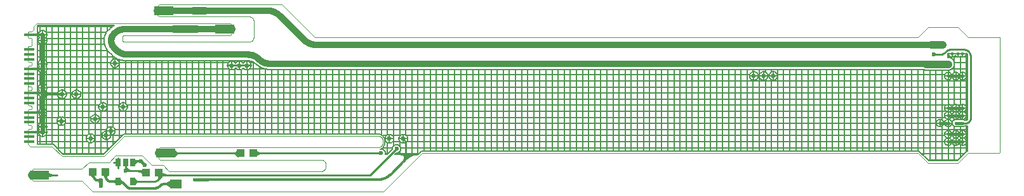
<source format=gbl>
G04 EAGLE Gerber X2 export*
%TF.Part,Single*%
%TF.FileFunction,Other,bottom copper*%
%TF.FilePolarity,Positive*%
%TF.GenerationSoftware,Autodesk,EAGLE,9.6.2*%
%TF.CreationDate,2022-04-17T12:17:04Z*%
G75*
%MOMM*%
%FSLAX34Y34*%
%LPD*%
%INbottom copper*%
%AMOC8*
5,1,8,0,0,1.08239X$1,22.5*%
G01*
%ADD10C,0.000000*%
%ADD11R,1.350000X0.450000*%
%ADD12R,1.000000X1.100000*%
%ADD13R,0.690000X0.990000*%
%ADD14R,1.100000X1.000000*%
%ADD15R,2.540000X1.270000*%
%ADD16R,1.524000X1.270000*%
%ADD17C,0.450000*%
%ADD18C,0.600000*%
%ADD19C,0.609600*%
%ADD20C,0.455000*%
%ADD21C,0.304800*%
%ADD22C,0.430000*%
%ADD23C,0.152400*%
%ADD24C,0.406400*%
%ADD25C,0.254000*%
%ADD26C,1.000000*%
%ADD27C,1.016000*%
%ADD28C,0.812800*%
%ADD29C,1.040000*%


D10*
X0Y-36000D02*
X3000Y-39000D01*
X32500Y-39000D01*
X0Y113500D02*
X1000Y114500D01*
X0Y113500D02*
X0Y107500D01*
X0Y94000D02*
X0Y75000D01*
X1000Y74000D01*
X4000Y74000D01*
X5000Y73000D01*
X5000Y70000D02*
X4000Y69000D01*
X1000Y69000D01*
X0Y68000D01*
X5000Y70000D02*
X5000Y73000D01*
X0Y68000D02*
X0Y42500D01*
X1000Y41500D01*
X4000Y41500D01*
X5000Y40500D01*
X5000Y37500D02*
X4000Y36500D01*
X1000Y36500D01*
X0Y35500D01*
X5000Y37500D02*
X5000Y40500D01*
X0Y42000D02*
X0Y35500D01*
X0Y16500D02*
X1000Y15500D01*
X4000Y15500D01*
X5000Y14500D01*
X5000Y11500D02*
X4000Y10500D01*
X1000Y10500D01*
X0Y9500D01*
X5000Y11500D02*
X5000Y14500D01*
X0Y-16500D02*
X0Y-36000D01*
X0Y-9500D02*
X0Y9500D01*
X0Y16500D02*
X0Y35500D01*
X0Y-9500D02*
X1000Y-10500D01*
X4000Y-10500D02*
X5000Y-11500D01*
X4000Y-10500D02*
X1000Y-10500D01*
X5000Y-11500D02*
X5000Y-14500D01*
X4000Y-15500D01*
X1000Y-15500D01*
X0Y-16500D01*
X1000Y106500D02*
X0Y107500D01*
X1000Y106500D02*
X4000Y106500D01*
X5000Y105500D01*
X5000Y96000D01*
X4000Y95000D01*
X1000Y95000D01*
X0Y94000D01*
X1000Y114500D02*
X5000Y114500D01*
X7500Y117000D01*
X7500Y122000D01*
X11500Y126000D01*
X270000Y126000D01*
X272000Y124000D01*
X272000Y112000D01*
X270000Y110000D01*
X129000Y110000D01*
X126000Y107000D02*
X126000Y104000D01*
X129000Y101000D02*
X295000Y101000D01*
X301000Y108000D02*
X301000Y128000D01*
X295000Y135000D02*
X175000Y135000D01*
X173000Y137000D01*
X173000Y149000D01*
X175000Y151000D01*
X339000Y151000D01*
X382500Y107500D01*
X1295500Y107500D02*
X1296000Y107000D01*
X1296000Y-46500D01*
X1295000Y-47500D01*
X1295500Y107500D02*
X1254000Y107500D01*
X1187000Y107500D02*
X382500Y107500D01*
X129000Y110000D02*
X128893Y109998D01*
X128786Y109992D01*
X128679Y109983D01*
X128573Y109969D01*
X128467Y109952D01*
X128362Y109931D01*
X128258Y109907D01*
X128155Y109878D01*
X128053Y109846D01*
X127952Y109811D01*
X127852Y109772D01*
X127754Y109729D01*
X127657Y109683D01*
X127562Y109633D01*
X127469Y109580D01*
X127378Y109524D01*
X127289Y109464D01*
X127202Y109402D01*
X127118Y109336D01*
X127035Y109267D01*
X126956Y109196D01*
X126879Y109121D01*
X126804Y109044D01*
X126733Y108965D01*
X126664Y108882D01*
X126598Y108798D01*
X126536Y108711D01*
X126476Y108622D01*
X126420Y108531D01*
X126367Y108438D01*
X126317Y108343D01*
X126271Y108246D01*
X126228Y108148D01*
X126189Y108048D01*
X126154Y107947D01*
X126122Y107845D01*
X126093Y107742D01*
X126069Y107638D01*
X126048Y107533D01*
X126031Y107427D01*
X126017Y107321D01*
X126008Y107214D01*
X126002Y107107D01*
X126000Y107000D01*
X126000Y104000D02*
X126002Y103893D01*
X126008Y103786D01*
X126017Y103679D01*
X126031Y103573D01*
X126048Y103467D01*
X126069Y103362D01*
X126093Y103258D01*
X126122Y103155D01*
X126154Y103053D01*
X126189Y102952D01*
X126228Y102852D01*
X126271Y102754D01*
X126317Y102657D01*
X126367Y102562D01*
X126420Y102469D01*
X126476Y102378D01*
X126536Y102289D01*
X126598Y102202D01*
X126664Y102118D01*
X126733Y102035D01*
X126804Y101956D01*
X126879Y101879D01*
X126956Y101804D01*
X127035Y101733D01*
X127118Y101664D01*
X127202Y101598D01*
X127289Y101536D01*
X127378Y101476D01*
X127469Y101420D01*
X127562Y101367D01*
X127657Y101317D01*
X127754Y101271D01*
X127852Y101228D01*
X127952Y101189D01*
X128053Y101154D01*
X128155Y101122D01*
X128258Y101093D01*
X128362Y101069D01*
X128467Y101048D01*
X128573Y101031D01*
X128679Y101017D01*
X128786Y101008D01*
X128893Y101002D01*
X129000Y101000D01*
X295000Y101000D02*
X295159Y101014D01*
X295318Y101033D01*
X295477Y101055D01*
X295635Y101081D01*
X295792Y101110D01*
X295948Y101144D01*
X296104Y101181D01*
X296258Y101223D01*
X296412Y101268D01*
X296564Y101316D01*
X296715Y101369D01*
X296865Y101425D01*
X297014Y101485D01*
X297160Y101549D01*
X297306Y101616D01*
X297449Y101686D01*
X297591Y101760D01*
X297731Y101838D01*
X297869Y101919D01*
X298005Y102003D01*
X298139Y102091D01*
X298270Y102182D01*
X298400Y102276D01*
X298527Y102373D01*
X298651Y102474D01*
X298774Y102577D01*
X298893Y102684D01*
X299010Y102793D01*
X299124Y102905D01*
X299235Y103020D01*
X299344Y103137D01*
X299450Y103257D01*
X299552Y103380D01*
X299652Y103505D01*
X299748Y103633D01*
X299842Y103763D01*
X299932Y103895D01*
X300019Y104030D01*
X300102Y104166D01*
X300182Y104305D01*
X300259Y104445D01*
X300332Y104587D01*
X300402Y104731D01*
X300468Y104877D01*
X300531Y105024D01*
X300590Y105173D01*
X300645Y105323D01*
X300696Y105475D01*
X300744Y105627D01*
X300788Y105781D01*
X300829Y105936D01*
X300865Y106092D01*
X300898Y106248D01*
X300926Y106406D01*
X300951Y106564D01*
X300972Y106722D01*
X300990Y106881D01*
X301003Y107041D01*
X301012Y107201D01*
X301018Y107360D01*
X301019Y107520D01*
X301017Y107680D01*
X301010Y107840D01*
X301000Y108000D01*
X301000Y128000D02*
X301021Y128153D01*
X301039Y128306D01*
X301053Y128459D01*
X301063Y128613D01*
X301069Y128767D01*
X301071Y128921D01*
X301069Y129074D01*
X301064Y129228D01*
X301054Y129382D01*
X301041Y129535D01*
X301023Y129688D01*
X301002Y129841D01*
X300977Y129993D01*
X300948Y130144D01*
X300915Y130294D01*
X300879Y130444D01*
X300839Y130592D01*
X300795Y130740D01*
X300747Y130886D01*
X300695Y131031D01*
X300640Y131175D01*
X300581Y131317D01*
X300519Y131458D01*
X300453Y131597D01*
X300384Y131735D01*
X300311Y131870D01*
X300235Y132004D01*
X300155Y132136D01*
X300072Y132265D01*
X299986Y132393D01*
X299896Y132518D01*
X299804Y132641D01*
X299708Y132762D01*
X299609Y132880D01*
X299508Y132996D01*
X299403Y133109D01*
X299296Y133219D01*
X299186Y133326D01*
X299073Y133431D01*
X298957Y133533D01*
X298839Y133632D01*
X298719Y133728D01*
X298596Y133820D01*
X298471Y133910D01*
X298343Y133996D01*
X298214Y134080D01*
X298082Y134159D01*
X297949Y134236D01*
X297813Y134309D01*
X297676Y134378D01*
X297537Y134445D01*
X297396Y134507D01*
X297254Y134566D01*
X297110Y134621D01*
X296965Y134673D01*
X296819Y134721D01*
X296672Y134765D01*
X296523Y134806D01*
X296374Y134843D01*
X296223Y134876D01*
X296072Y134905D01*
X295920Y134930D01*
X295768Y134951D01*
X295615Y134969D01*
X295461Y134982D01*
X295308Y134992D01*
X295154Y134998D01*
X295000Y135000D01*
X102000Y-52000D02*
X45500Y-52000D01*
X32500Y-39000D01*
X102000Y-52000D02*
X129000Y-25000D01*
X473000Y-31000D02*
X473000Y-34000D01*
X467000Y-40000D02*
X176000Y-40000D01*
X174000Y-42000D01*
X174000Y-55000D01*
X176000Y-57000D01*
X467000Y-24999D02*
X467148Y-24990D01*
X467296Y-24985D01*
X467445Y-24983D01*
X467593Y-24985D01*
X467741Y-24992D01*
X467889Y-25002D01*
X468036Y-25016D01*
X468184Y-25034D01*
X468330Y-25056D01*
X468476Y-25082D01*
X468621Y-25112D01*
X468766Y-25145D01*
X468909Y-25183D01*
X469052Y-25224D01*
X469193Y-25269D01*
X469333Y-25317D01*
X469472Y-25370D01*
X469609Y-25426D01*
X469745Y-25485D01*
X469879Y-25549D01*
X470011Y-25615D01*
X470142Y-25686D01*
X470270Y-25759D01*
X470397Y-25836D01*
X470521Y-25917D01*
X470644Y-26000D01*
X470764Y-26087D01*
X470882Y-26177D01*
X470997Y-26270D01*
X471110Y-26367D01*
X471220Y-26466D01*
X471328Y-26568D01*
X471432Y-26672D01*
X471534Y-26780D01*
X471633Y-26890D01*
X471730Y-27003D01*
X471823Y-27118D01*
X471913Y-27236D01*
X472000Y-27356D01*
X472083Y-27479D01*
X472164Y-27603D01*
X472241Y-27730D01*
X472314Y-27858D01*
X472385Y-27989D01*
X472451Y-28121D01*
X472515Y-28255D01*
X472574Y-28391D01*
X472630Y-28528D01*
X472683Y-28667D01*
X472731Y-28807D01*
X472776Y-28948D01*
X472817Y-29091D01*
X472855Y-29234D01*
X472888Y-29379D01*
X472918Y-29524D01*
X472944Y-29670D01*
X472966Y-29816D01*
X472984Y-29964D01*
X472998Y-30111D01*
X473008Y-30259D01*
X473015Y-30407D01*
X473017Y-30555D01*
X473015Y-30704D01*
X473010Y-30852D01*
X473001Y-31000D01*
X473001Y-34000D02*
X473010Y-34148D01*
X473015Y-34296D01*
X473017Y-34445D01*
X473015Y-34593D01*
X473008Y-34741D01*
X472998Y-34889D01*
X472984Y-35036D01*
X472966Y-35184D01*
X472944Y-35330D01*
X472918Y-35476D01*
X472888Y-35621D01*
X472855Y-35766D01*
X472817Y-35909D01*
X472776Y-36052D01*
X472731Y-36193D01*
X472683Y-36333D01*
X472630Y-36472D01*
X472574Y-36609D01*
X472515Y-36745D01*
X472451Y-36879D01*
X472385Y-37011D01*
X472314Y-37142D01*
X472241Y-37270D01*
X472164Y-37397D01*
X472083Y-37521D01*
X472000Y-37644D01*
X471913Y-37764D01*
X471823Y-37882D01*
X471730Y-37997D01*
X471633Y-38110D01*
X471534Y-38220D01*
X471432Y-38328D01*
X471328Y-38432D01*
X471220Y-38534D01*
X471110Y-38633D01*
X470997Y-38730D01*
X470882Y-38823D01*
X470764Y-38913D01*
X470644Y-39000D01*
X470521Y-39083D01*
X470397Y-39164D01*
X470270Y-39241D01*
X470142Y-39314D01*
X470011Y-39385D01*
X469879Y-39451D01*
X469745Y-39515D01*
X469609Y-39574D01*
X469472Y-39630D01*
X469333Y-39683D01*
X469193Y-39731D01*
X469052Y-39776D01*
X468909Y-39817D01*
X468766Y-39855D01*
X468621Y-39888D01*
X468476Y-39918D01*
X468330Y-39944D01*
X468184Y-39966D01*
X468036Y-39984D01*
X467889Y-39998D01*
X467741Y-40008D01*
X467593Y-40015D01*
X467445Y-40017D01*
X467296Y-40015D01*
X467148Y-40010D01*
X467000Y-40001D01*
X467000Y-25000D02*
X129000Y-25000D01*
X7000Y-85000D02*
X5000Y-83000D01*
X5000Y-71000D01*
X7000Y-69000D01*
X72000Y-69000D01*
X81000Y-60000D01*
X108000Y-60000D01*
X117000Y-51000D01*
X152000Y-51000D01*
X165000Y-64000D01*
X180000Y-64000D01*
X391000Y-56999D02*
X391148Y-56990D01*
X391296Y-56985D01*
X391445Y-56983D01*
X391593Y-56985D01*
X391741Y-56992D01*
X391889Y-57002D01*
X392036Y-57016D01*
X392184Y-57034D01*
X392330Y-57056D01*
X392476Y-57082D01*
X392621Y-57112D01*
X392766Y-57145D01*
X392909Y-57183D01*
X393052Y-57224D01*
X393193Y-57269D01*
X393333Y-57317D01*
X393472Y-57370D01*
X393609Y-57426D01*
X393745Y-57485D01*
X393879Y-57549D01*
X394011Y-57615D01*
X394142Y-57686D01*
X394270Y-57759D01*
X394397Y-57836D01*
X394521Y-57917D01*
X394644Y-58000D01*
X394764Y-58087D01*
X394882Y-58177D01*
X394997Y-58270D01*
X395110Y-58367D01*
X395220Y-58466D01*
X395328Y-58568D01*
X395432Y-58672D01*
X395534Y-58780D01*
X395633Y-58890D01*
X395730Y-59003D01*
X395823Y-59118D01*
X395913Y-59236D01*
X396000Y-59356D01*
X396083Y-59479D01*
X396164Y-59603D01*
X396241Y-59730D01*
X396314Y-59858D01*
X396385Y-59989D01*
X396451Y-60121D01*
X396515Y-60255D01*
X396574Y-60391D01*
X396630Y-60528D01*
X396683Y-60667D01*
X396731Y-60807D01*
X396776Y-60948D01*
X396817Y-61091D01*
X396855Y-61234D01*
X396888Y-61379D01*
X396918Y-61524D01*
X396944Y-61670D01*
X396966Y-61816D01*
X396984Y-61964D01*
X396998Y-62111D01*
X397008Y-62259D01*
X397015Y-62407D01*
X397017Y-62555D01*
X397015Y-62704D01*
X397010Y-62852D01*
X397001Y-63000D01*
X397000Y-63000D02*
X397000Y-66000D01*
X397001Y-66000D02*
X397010Y-66148D01*
X397015Y-66296D01*
X397017Y-66445D01*
X397015Y-66593D01*
X397008Y-66741D01*
X396998Y-66889D01*
X396984Y-67036D01*
X396966Y-67184D01*
X396944Y-67330D01*
X396918Y-67476D01*
X396888Y-67621D01*
X396855Y-67766D01*
X396817Y-67909D01*
X396776Y-68052D01*
X396731Y-68193D01*
X396683Y-68333D01*
X396630Y-68472D01*
X396574Y-68609D01*
X396515Y-68745D01*
X396451Y-68879D01*
X396385Y-69011D01*
X396314Y-69142D01*
X396241Y-69270D01*
X396164Y-69397D01*
X396083Y-69521D01*
X396000Y-69644D01*
X395913Y-69764D01*
X395823Y-69882D01*
X395730Y-69997D01*
X395633Y-70110D01*
X395534Y-70220D01*
X395432Y-70328D01*
X395328Y-70432D01*
X395220Y-70534D01*
X395110Y-70633D01*
X394997Y-70730D01*
X394882Y-70823D01*
X394764Y-70913D01*
X394644Y-71000D01*
X394521Y-71083D01*
X394397Y-71164D01*
X394270Y-71241D01*
X394142Y-71314D01*
X394011Y-71385D01*
X393879Y-71451D01*
X393745Y-71515D01*
X393609Y-71574D01*
X393472Y-71630D01*
X393333Y-71683D01*
X393193Y-71731D01*
X393052Y-71776D01*
X392909Y-71817D01*
X392766Y-71855D01*
X392621Y-71888D01*
X392476Y-71918D01*
X392330Y-71944D01*
X392184Y-71966D01*
X392036Y-71984D01*
X391889Y-71998D01*
X391741Y-72008D01*
X391593Y-72015D01*
X391445Y-72017D01*
X391296Y-72015D01*
X391148Y-72010D01*
X391000Y-72001D01*
X391000Y-72000D02*
X188000Y-72000D01*
X180000Y-64000D01*
X176000Y-57000D02*
X391000Y-57000D01*
X72000Y-85000D02*
X7000Y-85000D01*
X72000Y-85000D02*
X86000Y-99000D01*
X474500Y-99000D01*
X526000Y-47500D01*
X1187000Y-47500D02*
X1200500Y-61000D01*
X1240500Y-61000D01*
X1254000Y-47500D01*
X1295000Y-47500D01*
X1187000Y-47500D02*
X526000Y-47500D01*
X1187000Y107500D02*
X1200500Y121000D01*
X1240500Y121000D01*
X1254000Y107500D01*
D11*
X2000Y91000D03*
X2000Y84500D03*
X2000Y78000D03*
X2000Y65000D03*
X2000Y58500D03*
X2000Y52000D03*
X2000Y45500D03*
X2000Y32500D03*
X2000Y26000D03*
X2000Y19500D03*
X2000Y6500D03*
X2000Y0D03*
X2000Y-6500D03*
X2000Y-19500D03*
X2000Y-26000D03*
X2000Y-32500D03*
X2000Y110500D03*
D12*
X157500Y-74000D03*
X174500Y-74000D03*
X283500Y-48000D03*
X300500Y-48000D03*
D13*
X120500Y-60100D03*
X130000Y-60100D03*
X139500Y-60100D03*
X139500Y-86000D03*
X120500Y-86000D03*
D14*
X103500Y-73000D03*
X86500Y-73000D03*
D15*
X183500Y-48000D03*
X15500Y-77000D03*
X262500Y118000D03*
X181000Y143000D03*
D16*
X197000Y-89000D03*
D17*
X6500Y0D03*
X6500Y65000D03*
X6500Y32500D03*
X6500Y6500D03*
X6500Y-19500D03*
X0Y-19500D03*
D18*
X19500Y-19500D03*
D19*
X19500Y6000D01*
D18*
X19500Y65000D03*
X19500Y32500D03*
D20*
X19500Y6500D03*
D19*
X19500Y6000D02*
X19500Y24500D01*
X19500Y31000D01*
X19500Y37500D01*
X19500Y65000D01*
D17*
X0Y110500D03*
X6500Y110500D03*
D18*
X19500Y110500D03*
D19*
X19500Y65000D01*
D17*
X0Y65000D03*
X0Y32500D03*
X0Y6500D03*
D18*
X45500Y31000D03*
D21*
X26000Y31000D01*
X19500Y31000D01*
X26000Y31000D02*
X19500Y37500D01*
X26000Y31000D02*
X19500Y24500D01*
D18*
X19500Y103000D03*
X19500Y72000D03*
X19500Y39500D03*
X19500Y-12500D03*
X44500Y-5000D03*
D22*
X1246500Y12500D03*
X1237500Y12500D03*
X1227500Y12500D03*
X1246500Y85500D03*
X1240500Y85500D03*
X1232500Y85500D03*
X1246500Y55500D03*
X1237500Y55500D03*
X1227500Y55500D03*
X1246500Y2500D03*
X1237500Y2500D03*
X1227500Y2500D03*
X1216500Y-7500D03*
X1227500Y-7500D03*
D23*
X1242412Y-32500D02*
X1246500Y-32500D01*
X1246500Y-32500D01*
X1237500Y-32500D01*
X1237500Y-32500D01*
X1242412Y-32500D01*
X1241588Y-22500D02*
X1237500Y-22500D01*
X1237500Y-22500D01*
X1246500Y-22500D01*
X1246500Y-22500D01*
X1241588Y-22500D01*
X281887Y69613D02*
X277762Y69613D01*
X281887Y69613D02*
X281887Y69387D01*
X272113Y69387D01*
X272113Y69613D01*
X277762Y69613D01*
X1242412Y2500D02*
X1246500Y2500D01*
X1246500Y2500D01*
X1237500Y2500D01*
X1237500Y2500D01*
X1242412Y2500D01*
X19613Y-18262D02*
X19613Y-19387D01*
X19387Y-19387D01*
X19387Y-12613D01*
X19613Y-12613D01*
X19613Y-18262D01*
X19387Y104738D02*
X19387Y110387D01*
X19613Y110387D01*
X19613Y103113D01*
X19387Y103113D01*
X19387Y104738D01*
X1242412Y12500D02*
X1246500Y12500D01*
X1246500Y12500D01*
X1237500Y12500D01*
X1237500Y12500D01*
X1242412Y12500D01*
X1242412Y55500D02*
X1246500Y55500D01*
X1246500Y55500D01*
X1237500Y55500D01*
X1237500Y55500D01*
X1242412Y55500D01*
X291887Y69613D02*
X287762Y69613D01*
X291887Y69613D02*
X291887Y69387D01*
X282113Y69387D01*
X282113Y69613D01*
X287762Y69613D01*
X1235663Y-3064D02*
X1239337Y-3064D01*
X1235663Y-3064D02*
X1233064Y-5663D01*
X1233064Y-9337D01*
X1235663Y-11936D01*
X1239337Y-11936D01*
X1239455Y-11818D01*
X1244545Y-11818D01*
X1244663Y-11936D01*
X1248337Y-11936D01*
X1249217Y-11056D01*
X1253105Y-11056D01*
X1253238Y-11001D01*
X1253238Y-44738D01*
X1252856Y-44738D01*
X1251238Y-46356D01*
X1251238Y-46356D01*
X1239356Y-58238D01*
X1201644Y-58238D01*
X1188144Y-44738D01*
X524856Y-44738D01*
X520336Y-49258D01*
X520316Y-49238D01*
X489291Y-49238D01*
X491243Y-47286D01*
X493690Y-47286D01*
X496786Y-44190D01*
X496786Y-39810D01*
X493690Y-36714D01*
X489310Y-36714D01*
X486214Y-39810D01*
X486214Y-42257D01*
X479233Y-49238D01*
X476286Y-49238D01*
X476286Y-45810D01*
X473190Y-42714D01*
X469670Y-42714D01*
X473585Y-40585D01*
X473585Y-40585D01*
X475943Y-36249D01*
X475762Y-33894D01*
X475762Y-31106D01*
X475943Y-28751D01*
X475943Y-28751D01*
X473585Y-24415D01*
X473585Y-24415D01*
X473585Y-24415D01*
X469249Y-22057D01*
X469249Y-22057D01*
X466894Y-22238D01*
X127856Y-22238D01*
X100856Y-49238D01*
X46644Y-49238D01*
X33644Y-36238D01*
X12762Y-36238D01*
X12762Y123238D01*
X115045Y123238D01*
X111516Y121200D01*
X111516Y121200D01*
X109158Y118842D01*
X109158Y118842D01*
X108856Y118540D01*
X108855Y118540D01*
X108209Y117893D01*
X107996Y117680D01*
X107693Y117378D01*
X104834Y114518D01*
X104834Y114518D01*
X101738Y107045D01*
X101738Y100005D01*
X103288Y94220D01*
X103288Y94220D01*
X106283Y89033D01*
X106283Y89033D01*
X108401Y86915D01*
X109310Y86006D01*
X109548Y85767D01*
X109563Y85753D01*
X110472Y84844D01*
X113366Y81950D01*
X113366Y81950D01*
X120455Y77857D01*
X120455Y77857D01*
X128363Y75738D01*
X291395Y75738D01*
X291900Y75599D01*
X293025Y75738D01*
X294158Y75738D01*
X294436Y75853D01*
X295016Y75887D01*
X297956Y75477D01*
X300690Y74320D01*
X301644Y73672D01*
X301718Y73597D01*
X304852Y70464D01*
X312528Y66032D01*
X312528Y66032D01*
X321089Y63738D01*
X1196284Y63738D01*
X1196535Y63634D01*
X1229465Y63634D01*
X1232173Y64755D01*
X1234245Y66827D01*
X1235366Y69535D01*
X1235366Y72465D01*
X1235262Y72716D01*
X1235262Y73643D01*
X1234004Y76680D01*
X1231680Y79004D01*
X1228643Y80262D01*
X1226762Y80262D01*
X1226762Y85719D01*
X1227611Y86416D01*
X1227666Y86439D01*
X1227588Y86147D01*
X1227588Y85500D01*
X1232500Y85500D01*
X1232500Y85500D01*
X1227588Y85500D01*
X1227588Y84853D01*
X1227923Y83604D01*
X1228569Y82484D01*
X1229484Y81569D01*
X1230604Y80923D01*
X1231853Y80588D01*
X1232500Y80588D01*
X1232500Y85500D01*
X1232500Y85500D01*
X1232500Y80588D01*
X1233147Y80588D01*
X1234396Y80923D01*
X1235516Y81569D01*
X1236431Y82484D01*
X1236500Y82604D01*
X1236569Y82484D01*
X1237484Y81569D01*
X1238604Y80923D01*
X1239853Y80588D01*
X1240500Y80588D01*
X1240500Y85500D01*
X1240500Y85500D01*
X1240500Y80588D01*
X1241147Y80588D01*
X1242396Y80923D01*
X1243500Y81560D01*
X1244604Y80923D01*
X1245853Y80588D01*
X1246500Y80588D01*
X1246500Y85500D01*
X1246500Y85500D01*
X1246500Y80588D01*
X1247147Y80588D01*
X1248396Y80923D01*
X1249516Y81569D01*
X1250431Y82484D01*
X1251077Y83604D01*
X1251412Y84853D01*
X1251412Y85500D01*
X1246500Y85500D01*
X1246500Y85500D01*
X1251412Y85500D01*
X1251412Y86107D01*
X1252021Y85607D01*
X1252021Y85607D01*
X1252021Y85607D01*
X1252625Y84871D01*
X1253238Y83391D01*
X1253238Y-2156D01*
X1252893Y-2990D01*
X1252486Y-3486D01*
X1252248Y-3680D01*
X1251684Y-3914D01*
X1251379Y-3944D01*
X1249217Y-3944D01*
X1248337Y-3064D01*
X1244663Y-3064D01*
X1244545Y-3182D01*
X1239455Y-3182D01*
X1239337Y-3064D01*
X500613Y-22738D02*
X500613Y-28387D01*
X500387Y-28387D01*
X500387Y-22738D01*
X499741Y-22738D01*
X498276Y-23131D01*
X496962Y-23889D01*
X495889Y-24962D01*
X495131Y-26276D01*
X494738Y-27741D01*
X494738Y-28387D01*
X500387Y-28387D01*
X500387Y-28613D01*
X494738Y-28613D01*
X494738Y-29259D01*
X495131Y-30724D01*
X495889Y-32038D01*
X496962Y-33111D01*
X498276Y-33869D01*
X499741Y-34262D01*
X500387Y-34262D01*
X500387Y-28613D01*
X500613Y-28613D01*
X500613Y-34262D01*
X501259Y-34262D01*
X502724Y-33869D01*
X504038Y-33111D01*
X505111Y-32038D01*
X505869Y-30724D01*
X506262Y-29259D01*
X506262Y-28613D01*
X500613Y-28613D01*
X500613Y-28387D01*
X506262Y-28387D01*
X506262Y-27741D01*
X505869Y-26276D01*
X505111Y-24962D01*
X504038Y-23889D01*
X502724Y-23131D01*
X501259Y-22738D01*
X500613Y-22738D01*
X1227500Y-27588D02*
X1227500Y-32500D01*
X1227500Y-32500D01*
X1227500Y-27588D01*
X1226853Y-27588D01*
X1225604Y-27923D01*
X1224484Y-28569D01*
X1223569Y-29484D01*
X1222923Y-30604D01*
X1222588Y-31853D01*
X1222588Y-32500D01*
X1227500Y-32500D01*
X1227500Y-32500D01*
X1222588Y-32500D01*
X1222588Y-33147D01*
X1222923Y-34396D01*
X1223569Y-35516D01*
X1224484Y-36431D01*
X1225604Y-37077D01*
X1226853Y-37412D01*
X1227500Y-37412D01*
X1227500Y-32500D01*
X1227500Y-32500D01*
X1227500Y-37412D01*
X1228147Y-37412D01*
X1229396Y-37077D01*
X1230516Y-36431D01*
X1231431Y-35516D01*
X1232077Y-34396D01*
X1232412Y-33147D01*
X1232412Y-32500D01*
X1227500Y-32500D01*
X1227500Y-32500D01*
X1232412Y-32500D01*
X1232412Y-31853D01*
X1232077Y-30604D01*
X1231431Y-29484D01*
X1230516Y-28569D01*
X1229396Y-27923D01*
X1228147Y-27588D01*
X1227500Y-27588D01*
X110613Y-17887D02*
X110613Y-12238D01*
X110613Y-17887D02*
X110387Y-17887D01*
X110387Y-12238D01*
X109741Y-12238D01*
X108276Y-12631D01*
X106962Y-13389D01*
X105889Y-14462D01*
X105131Y-15776D01*
X104738Y-17241D01*
X104738Y-17887D01*
X110387Y-17887D01*
X110387Y-18113D01*
X104738Y-18113D01*
X104738Y-18238D01*
X104613Y-18238D01*
X104613Y-23887D01*
X104387Y-23887D01*
X104387Y-18238D01*
X103741Y-18238D01*
X102276Y-18631D01*
X100962Y-19389D01*
X99889Y-20462D01*
X99131Y-21776D01*
X98738Y-23241D01*
X98738Y-23887D01*
X104387Y-23887D01*
X104387Y-24113D01*
X98738Y-24113D01*
X98738Y-24759D01*
X99131Y-26224D01*
X99889Y-27538D01*
X100962Y-28611D01*
X102276Y-29369D01*
X103741Y-29762D01*
X104387Y-29762D01*
X104387Y-24113D01*
X104613Y-24113D01*
X104613Y-29762D01*
X105259Y-29762D01*
X106724Y-29369D01*
X108038Y-28611D01*
X109111Y-27538D01*
X109869Y-26224D01*
X110262Y-24759D01*
X110262Y-24113D01*
X104613Y-24113D01*
X104613Y-23887D01*
X110262Y-23887D01*
X110262Y-23762D01*
X110387Y-23762D01*
X110387Y-18113D01*
X110613Y-18113D01*
X110613Y-23762D01*
X111259Y-23762D01*
X112724Y-23369D01*
X114038Y-22611D01*
X115111Y-21538D01*
X115869Y-20224D01*
X116262Y-18759D01*
X116262Y-18113D01*
X110613Y-18113D01*
X110613Y-17887D01*
X116262Y-17887D01*
X116262Y-17241D01*
X115869Y-15776D01*
X115111Y-14462D01*
X114038Y-13389D01*
X112724Y-12631D01*
X111259Y-12238D01*
X110613Y-12238D01*
X994113Y55613D02*
X994113Y61262D01*
X994113Y55613D02*
X993887Y55613D01*
X993887Y61262D01*
X993241Y61262D01*
X991776Y60869D01*
X990462Y60111D01*
X989389Y59038D01*
X988631Y57724D01*
X988238Y56259D01*
X988238Y55613D01*
X993887Y55613D01*
X993887Y55387D01*
X988238Y55387D01*
X988238Y54741D01*
X988631Y53276D01*
X989389Y51962D01*
X990462Y50889D01*
X991776Y50131D01*
X993241Y49738D01*
X993887Y49738D01*
X993887Y55387D01*
X994113Y55387D01*
X994113Y49738D01*
X994759Y49738D01*
X996224Y50131D01*
X997538Y50889D01*
X998611Y51962D01*
X999369Y53276D01*
X999762Y54741D01*
X999762Y55387D01*
X994113Y55387D01*
X994113Y55613D01*
X999762Y55613D01*
X999762Y56259D01*
X999369Y57724D01*
X998611Y59038D01*
X997538Y60111D01*
X996224Y60869D01*
X994759Y61262D01*
X994113Y61262D01*
X968113Y61262D02*
X968113Y55613D01*
X967887Y55613D01*
X967887Y61262D01*
X967241Y61262D01*
X965776Y60869D01*
X964462Y60111D01*
X963389Y59038D01*
X962631Y57724D01*
X962238Y56259D01*
X962238Y55613D01*
X967887Y55613D01*
X967887Y55387D01*
X962238Y55387D01*
X962238Y54741D01*
X962631Y53276D01*
X963389Y51962D01*
X964462Y50889D01*
X965776Y50131D01*
X967241Y49738D01*
X967887Y49738D01*
X967887Y55387D01*
X968113Y55387D01*
X968113Y49738D01*
X968759Y49738D01*
X970224Y50131D01*
X971538Y50889D01*
X972611Y51962D01*
X973369Y53276D01*
X973762Y54741D01*
X973762Y55387D01*
X968113Y55387D01*
X968113Y55613D01*
X973762Y55613D01*
X973762Y56259D01*
X973369Y57724D01*
X972611Y59038D01*
X971538Y60111D01*
X970224Y60869D01*
X968759Y61262D01*
X968113Y61262D01*
X89613Y3762D02*
X89613Y-1887D01*
X89387Y-1887D01*
X89387Y3762D01*
X88741Y3762D01*
X87276Y3369D01*
X85962Y2611D01*
X84889Y1538D01*
X84131Y224D01*
X83738Y-1241D01*
X83738Y-1887D01*
X89387Y-1887D01*
X89387Y-2113D01*
X83738Y-2113D01*
X83738Y-2759D01*
X84131Y-4224D01*
X84889Y-5538D01*
X85962Y-6611D01*
X87276Y-7369D01*
X88741Y-7762D01*
X89387Y-7762D01*
X89387Y-2113D01*
X89613Y-2113D01*
X89613Y-7762D01*
X90259Y-7762D01*
X91724Y-7369D01*
X93038Y-6611D01*
X94111Y-5538D01*
X94869Y-4224D01*
X95262Y-2759D01*
X95262Y-2113D01*
X89613Y-2113D01*
X89613Y-1887D01*
X95262Y-1887D01*
X95262Y-1241D01*
X94869Y224D01*
X94111Y1538D01*
X93038Y2611D01*
X91724Y3369D01*
X90259Y3762D01*
X89613Y3762D01*
X116113Y72613D02*
X116113Y78262D01*
X116113Y72613D02*
X115887Y72613D01*
X115887Y78262D01*
X115241Y78262D01*
X113776Y77869D01*
X112462Y77111D01*
X111389Y76038D01*
X110631Y74724D01*
X110238Y73259D01*
X110238Y72613D01*
X115887Y72613D01*
X115887Y72387D01*
X110238Y72387D01*
X110238Y71741D01*
X110631Y70276D01*
X111389Y68962D01*
X112462Y67889D01*
X113776Y67131D01*
X115241Y66738D01*
X115887Y66738D01*
X115887Y72387D01*
X116113Y72387D01*
X116113Y66738D01*
X116759Y66738D01*
X118224Y67131D01*
X119538Y67889D01*
X120611Y68962D01*
X121369Y70276D01*
X121762Y71741D01*
X121762Y72387D01*
X116113Y72387D01*
X116113Y72613D01*
X121762Y72613D01*
X121762Y73259D01*
X121369Y74724D01*
X120611Y76038D01*
X119538Y77111D01*
X118224Y77869D01*
X116759Y78262D01*
X116113Y78262D01*
X100113Y19762D02*
X100113Y14113D01*
X99887Y14113D01*
X99887Y19762D01*
X99241Y19762D01*
X97776Y19369D01*
X96462Y18611D01*
X95389Y17538D01*
X94631Y16224D01*
X94238Y14759D01*
X94238Y14113D01*
X99887Y14113D01*
X99887Y13887D01*
X94238Y13887D01*
X94238Y13241D01*
X94631Y11776D01*
X95389Y10462D01*
X96462Y9389D01*
X97776Y8631D01*
X99241Y8238D01*
X99887Y8238D01*
X99887Y13887D01*
X100113Y13887D01*
X100113Y8238D01*
X100759Y8238D01*
X102224Y8631D01*
X103538Y9389D01*
X104611Y10462D01*
X105369Y11776D01*
X105762Y13241D01*
X105762Y13887D01*
X100113Y13887D01*
X100113Y14113D01*
X105762Y14113D01*
X105762Y14759D01*
X105369Y16224D01*
X104611Y17538D01*
X103538Y18611D01*
X102224Y19369D01*
X100759Y19762D01*
X100113Y19762D01*
X1227500Y-2588D02*
X1227500Y-7500D01*
X1227500Y-7500D01*
X1227500Y-2588D01*
X1226853Y-2588D01*
X1225604Y-2923D01*
X1224484Y-3569D01*
X1223569Y-4484D01*
X1222923Y-5604D01*
X1222588Y-6853D01*
X1222588Y-7500D01*
X1227500Y-7500D01*
X1227500Y-7500D01*
X1222588Y-7500D01*
X1222588Y-8147D01*
X1222923Y-9396D01*
X1223569Y-10516D01*
X1224484Y-11431D01*
X1225604Y-12077D01*
X1226853Y-12412D01*
X1227500Y-12412D01*
X1227500Y-7500D01*
X1227500Y-7500D01*
X1227500Y-12412D01*
X1228147Y-12412D01*
X1229396Y-12077D01*
X1230516Y-11431D01*
X1231431Y-10516D01*
X1232077Y-9396D01*
X1232412Y-8147D01*
X1232412Y-7500D01*
X1227500Y-7500D01*
X1227500Y-7500D01*
X1232412Y-7500D01*
X1232412Y-6853D01*
X1232077Y-5604D01*
X1231431Y-4484D01*
X1230516Y-3569D01*
X1229396Y-2923D01*
X1228147Y-2588D01*
X1227500Y-2588D01*
X1227500Y2500D02*
X1227500Y7412D01*
X1227500Y2500D02*
X1227500Y2500D01*
X1227500Y7412D01*
X1226853Y7412D01*
X1225604Y7077D01*
X1224484Y6431D01*
X1223569Y5516D01*
X1222923Y4396D01*
X1222588Y3147D01*
X1222588Y2500D01*
X1227500Y2500D01*
X1227500Y2500D01*
X1222588Y2500D01*
X1222588Y1853D01*
X1222923Y604D01*
X1223569Y-516D01*
X1224484Y-1431D01*
X1225604Y-2077D01*
X1226853Y-2412D01*
X1227500Y-2412D01*
X1227500Y2500D01*
X1227500Y2500D01*
X1227500Y-2412D01*
X1228147Y-2412D01*
X1229396Y-2077D01*
X1230516Y-1431D01*
X1231431Y-516D01*
X1232077Y604D01*
X1232412Y1853D01*
X1232412Y2500D01*
X1227500Y2500D01*
X1227500Y2500D01*
X1232412Y2500D01*
X1232412Y3147D01*
X1232077Y4396D01*
X1231431Y5516D01*
X1230516Y6431D01*
X1229396Y7077D01*
X1228147Y7412D01*
X1227500Y7412D01*
X1232588Y55500D02*
X1232588Y56147D01*
X1232588Y55500D02*
X1237500Y55500D01*
X1237500Y55500D01*
X1232588Y55500D01*
X1232588Y54853D01*
X1232923Y53604D01*
X1233569Y52484D01*
X1234484Y51569D01*
X1235604Y50923D01*
X1236853Y50588D01*
X1237500Y50588D01*
X1237500Y55500D01*
X1237500Y55500D01*
X1237500Y50588D01*
X1238147Y50588D01*
X1239396Y50923D01*
X1240516Y51569D01*
X1241431Y52484D01*
X1242000Y53470D01*
X1242569Y52484D01*
X1243484Y51569D01*
X1244604Y50923D01*
X1245853Y50588D01*
X1246500Y50588D01*
X1246500Y55500D01*
X1246500Y55500D01*
X1246500Y50588D01*
X1247147Y50588D01*
X1248396Y50923D01*
X1249516Y51569D01*
X1250431Y52484D01*
X1251077Y53604D01*
X1251412Y54853D01*
X1251412Y55500D01*
X1246500Y55500D01*
X1246500Y55500D01*
X1251412Y55500D01*
X1251412Y56147D01*
X1251077Y57396D01*
X1250431Y58516D01*
X1249516Y59431D01*
X1248396Y60077D01*
X1247147Y60412D01*
X1246500Y60412D01*
X1246500Y55500D01*
X1246500Y55500D01*
X1246500Y60412D01*
X1245853Y60412D01*
X1244604Y60077D01*
X1243484Y59431D01*
X1242569Y58516D01*
X1242000Y57530D01*
X1241431Y58516D01*
X1240516Y59431D01*
X1239396Y60077D01*
X1238147Y60412D01*
X1237500Y60412D01*
X1237500Y55500D01*
X1237500Y55500D01*
X1237500Y60412D01*
X1236853Y60412D01*
X1235604Y60077D01*
X1234484Y59431D01*
X1233569Y58516D01*
X1232923Y57396D01*
X1232588Y56147D01*
X1232588Y13147D02*
X1232588Y12500D01*
X1237500Y12500D01*
X1237500Y12500D01*
X1232588Y12500D01*
X1232588Y11853D01*
X1232923Y10604D01*
X1233569Y9484D01*
X1234484Y8569D01*
X1235604Y7923D01*
X1236853Y7588D01*
X1237500Y7588D01*
X1237500Y12500D01*
X1237500Y12500D01*
X1237500Y7588D01*
X1238147Y7588D01*
X1239396Y7923D01*
X1240516Y8569D01*
X1241431Y9484D01*
X1242000Y10470D01*
X1242569Y9484D01*
X1243484Y8569D01*
X1244604Y7923D01*
X1245853Y7588D01*
X1246500Y7588D01*
X1246500Y12500D01*
X1246500Y12500D01*
X1246500Y7588D01*
X1247147Y7588D01*
X1248396Y7923D01*
X1249516Y8569D01*
X1250431Y9484D01*
X1251077Y10604D01*
X1251412Y11853D01*
X1251412Y12500D01*
X1246500Y12500D01*
X1246500Y12500D01*
X1251412Y12500D01*
X1251412Y13147D01*
X1251077Y14396D01*
X1250431Y15516D01*
X1249516Y16431D01*
X1248396Y17077D01*
X1247147Y17412D01*
X1246500Y17412D01*
X1246500Y12500D01*
X1246500Y12500D01*
X1246500Y17412D01*
X1245853Y17412D01*
X1244604Y17077D01*
X1243484Y16431D01*
X1242569Y15516D01*
X1242000Y14530D01*
X1241431Y15516D01*
X1240516Y16431D01*
X1239396Y17077D01*
X1238147Y17412D01*
X1237500Y17412D01*
X1237500Y12500D01*
X1237500Y12500D01*
X1237500Y17412D01*
X1236853Y17412D01*
X1235604Y17077D01*
X1234484Y16431D01*
X1233569Y15516D01*
X1232923Y14396D01*
X1232588Y13147D01*
X44613Y762D02*
X44613Y-4887D01*
X44387Y-4887D01*
X44387Y762D01*
X43741Y762D01*
X42276Y369D01*
X40962Y-389D01*
X39889Y-1462D01*
X39131Y-2776D01*
X38738Y-4241D01*
X38738Y-4887D01*
X44387Y-4887D01*
X44387Y-5113D01*
X38738Y-5113D01*
X38738Y-5759D01*
X39131Y-7224D01*
X39889Y-8538D01*
X40962Y-9611D01*
X42276Y-10369D01*
X43741Y-10762D01*
X44387Y-10762D01*
X44387Y-5113D01*
X44613Y-5113D01*
X44613Y-10762D01*
X45259Y-10762D01*
X46724Y-10369D01*
X48038Y-9611D01*
X49111Y-8538D01*
X49869Y-7224D01*
X50262Y-5759D01*
X50262Y-5113D01*
X44613Y-5113D01*
X44613Y-4887D01*
X50262Y-4887D01*
X50262Y-4241D01*
X49869Y-2776D01*
X49111Y-1462D01*
X48038Y-389D01*
X46724Y369D01*
X45259Y762D01*
X44613Y762D01*
X19613Y39613D02*
X19613Y45262D01*
X19613Y39613D02*
X19387Y39613D01*
X19387Y45262D01*
X18741Y45262D01*
X17276Y44869D01*
X15962Y44111D01*
X14889Y43038D01*
X14131Y41724D01*
X13738Y40259D01*
X13738Y39613D01*
X19387Y39613D01*
X19387Y39387D01*
X13738Y39387D01*
X13738Y38741D01*
X14131Y37276D01*
X14867Y36000D01*
X14131Y34724D01*
X13738Y33259D01*
X13738Y32613D01*
X19387Y32613D01*
X19387Y32387D01*
X13738Y32387D01*
X13738Y31741D01*
X14131Y30276D01*
X14889Y28962D01*
X15962Y27889D01*
X17276Y27131D01*
X18741Y26738D01*
X19387Y26738D01*
X19387Y32387D01*
X19613Y32387D01*
X19613Y26738D01*
X20259Y26738D01*
X21724Y27131D01*
X23038Y27889D01*
X24111Y28962D01*
X24869Y30276D01*
X25262Y31741D01*
X25262Y32387D01*
X19613Y32387D01*
X19613Y32613D01*
X25262Y32613D01*
X25262Y33259D01*
X24869Y34724D01*
X24133Y36000D01*
X24869Y37276D01*
X25262Y38741D01*
X25262Y39387D01*
X19613Y39387D01*
X19613Y39613D01*
X25262Y39613D01*
X25262Y40259D01*
X24869Y41724D01*
X24111Y43038D01*
X23038Y44111D01*
X21724Y44869D01*
X20259Y45262D01*
X19613Y45262D01*
X19387Y97238D02*
X18741Y97238D01*
X19387Y97238D02*
X19387Y102887D01*
X19613Y102887D01*
X19613Y97238D01*
X20259Y97238D01*
X21724Y97631D01*
X23038Y98389D01*
X24111Y99462D01*
X24869Y100776D01*
X25262Y102241D01*
X25262Y102887D01*
X19613Y102887D01*
X19613Y103113D01*
X25262Y103113D01*
X25262Y103759D01*
X24869Y105224D01*
X24111Y106538D01*
X23899Y106750D01*
X24111Y106962D01*
X24869Y108276D01*
X25262Y109741D01*
X25262Y110387D01*
X19613Y110387D01*
X19613Y110613D01*
X25262Y110613D01*
X25262Y111259D01*
X24869Y112724D01*
X24111Y114038D01*
X23038Y115111D01*
X21724Y115869D01*
X20259Y116262D01*
X19613Y116262D01*
X19613Y110613D01*
X19387Y110613D01*
X19387Y116262D01*
X18741Y116262D01*
X17276Y115869D01*
X15962Y115111D01*
X14889Y114038D01*
X14131Y112724D01*
X13738Y111259D01*
X13738Y110613D01*
X19387Y110613D01*
X19387Y110387D01*
X13738Y110387D01*
X13738Y109741D01*
X14131Y108276D01*
X14889Y106962D01*
X15101Y106750D01*
X14889Y106538D01*
X14131Y105224D01*
X13738Y103759D01*
X13738Y103113D01*
X19387Y103113D01*
X19387Y102887D01*
X13738Y102887D01*
X13738Y102241D01*
X14131Y100776D01*
X14889Y99462D01*
X15962Y98389D01*
X17276Y97631D01*
X18741Y97238D01*
X19613Y11537D02*
X19613Y6613D01*
X19387Y6613D01*
X19387Y11537D01*
X18837Y11537D01*
X17556Y11194D01*
X16407Y10531D01*
X15469Y9593D01*
X14806Y8444D01*
X14463Y7163D01*
X14463Y6613D01*
X19387Y6613D01*
X19387Y6387D01*
X14463Y6387D01*
X14463Y5837D01*
X14806Y4556D01*
X15469Y3407D01*
X16407Y2469D01*
X17556Y1806D01*
X18837Y1463D01*
X19387Y1463D01*
X19387Y6387D01*
X19613Y6387D01*
X19613Y1463D01*
X20163Y1463D01*
X21444Y1806D01*
X22593Y2469D01*
X23531Y3407D01*
X24194Y4556D01*
X24537Y5837D01*
X24537Y6387D01*
X19613Y6387D01*
X19613Y6613D01*
X24537Y6613D01*
X24537Y7163D01*
X24194Y8444D01*
X23531Y9593D01*
X22593Y10531D01*
X21444Y11194D01*
X20163Y11537D01*
X19613Y11537D01*
X45613Y31113D02*
X45613Y36762D01*
X45613Y31113D02*
X45387Y31113D01*
X45387Y36762D01*
X44741Y36762D01*
X43276Y36369D01*
X41962Y35611D01*
X40889Y34538D01*
X40131Y33224D01*
X39738Y31759D01*
X39738Y31113D01*
X45387Y31113D01*
X45387Y30887D01*
X39738Y30887D01*
X39738Y30241D01*
X40131Y28776D01*
X40889Y27462D01*
X41962Y26389D01*
X43276Y25631D01*
X44741Y25238D01*
X45387Y25238D01*
X45387Y30887D01*
X45613Y30887D01*
X45613Y25238D01*
X46259Y25238D01*
X47724Y25631D01*
X49038Y26389D01*
X50111Y27462D01*
X50869Y28776D01*
X51262Y30241D01*
X51262Y30887D01*
X45613Y30887D01*
X45613Y31113D01*
X51262Y31113D01*
X51262Y31759D01*
X50869Y33224D01*
X50111Y34538D01*
X49038Y35611D01*
X47724Y36369D01*
X46259Y36762D01*
X45613Y36762D01*
X19613Y72113D02*
X19613Y77762D01*
X19613Y72113D02*
X19387Y72113D01*
X19387Y77762D01*
X18741Y77762D01*
X17276Y77369D01*
X15962Y76611D01*
X14889Y75538D01*
X14131Y74224D01*
X13738Y72759D01*
X13738Y72113D01*
X19387Y72113D01*
X19387Y71887D01*
X13738Y71887D01*
X13738Y71241D01*
X14131Y69776D01*
X14867Y68500D01*
X14131Y67224D01*
X13738Y65759D01*
X13738Y65113D01*
X19387Y65113D01*
X19387Y64887D01*
X13738Y64887D01*
X13738Y64241D01*
X14131Y62776D01*
X14889Y61462D01*
X15962Y60389D01*
X17276Y59631D01*
X18741Y59238D01*
X19387Y59238D01*
X19387Y64887D01*
X19613Y64887D01*
X19613Y59238D01*
X20259Y59238D01*
X21724Y59631D01*
X23038Y60389D01*
X24111Y61462D01*
X24869Y62776D01*
X25262Y64241D01*
X25262Y64887D01*
X19613Y64887D01*
X19613Y65113D01*
X25262Y65113D01*
X25262Y65759D01*
X24869Y67224D01*
X24133Y68500D01*
X24869Y69776D01*
X25262Y71241D01*
X25262Y71887D01*
X19613Y71887D01*
X19613Y72113D01*
X25262Y72113D01*
X25262Y72759D01*
X24869Y74224D01*
X24111Y75538D01*
X23038Y76611D01*
X21724Y77369D01*
X20259Y77762D01*
X19613Y77762D01*
X19613Y-6738D02*
X19613Y-12387D01*
X19387Y-12387D01*
X19387Y-6738D01*
X18741Y-6738D01*
X17276Y-7131D01*
X15962Y-7889D01*
X14889Y-8962D01*
X14131Y-10276D01*
X13738Y-11741D01*
X13738Y-12387D01*
X19387Y-12387D01*
X19387Y-12613D01*
X13738Y-12613D01*
X13738Y-13259D01*
X14131Y-14724D01*
X14867Y-16000D01*
X14131Y-17276D01*
X13738Y-18741D01*
X13738Y-19387D01*
X19387Y-19387D01*
X19387Y-19613D01*
X13738Y-19613D01*
X13738Y-20259D01*
X14131Y-21724D01*
X14889Y-23038D01*
X15962Y-24111D01*
X17276Y-24869D01*
X18741Y-25262D01*
X19387Y-25262D01*
X19387Y-19613D01*
X19613Y-19613D01*
X19613Y-25262D01*
X20259Y-25262D01*
X21724Y-24869D01*
X23038Y-24111D01*
X24111Y-23038D01*
X24869Y-21724D01*
X25262Y-20259D01*
X25262Y-19613D01*
X19613Y-19613D01*
X19613Y-19387D01*
X25262Y-19387D01*
X25262Y-18741D01*
X24869Y-17276D01*
X24133Y-16000D01*
X24869Y-14724D01*
X25262Y-13259D01*
X25262Y-12613D01*
X19613Y-12613D01*
X19613Y-12387D01*
X25262Y-12387D01*
X25262Y-11741D01*
X24869Y-10276D01*
X24111Y-8962D01*
X23038Y-7889D01*
X21724Y-7131D01*
X20259Y-6738D01*
X19613Y-6738D01*
X1227500Y12500D02*
X1227500Y17412D01*
X1227500Y12500D02*
X1227500Y12500D01*
X1227500Y17412D01*
X1226853Y17412D01*
X1225604Y17077D01*
X1224484Y16431D01*
X1223569Y15516D01*
X1222923Y14396D01*
X1222588Y13147D01*
X1222588Y12500D01*
X1227500Y12500D01*
X1227500Y12500D01*
X1222588Y12500D01*
X1222588Y11853D01*
X1222923Y10604D01*
X1223569Y9484D01*
X1224484Y8569D01*
X1225604Y7923D01*
X1226853Y7588D01*
X1227500Y7588D01*
X1227500Y12500D01*
X1227500Y12500D01*
X1227500Y7588D01*
X1228147Y7588D01*
X1229396Y7923D01*
X1230516Y8569D01*
X1231431Y9484D01*
X1232077Y10604D01*
X1232412Y11853D01*
X1232412Y12500D01*
X1227500Y12500D01*
X1227500Y12500D01*
X1232412Y12500D01*
X1232412Y13147D01*
X1232077Y14396D01*
X1231431Y15516D01*
X1230516Y16431D01*
X1229396Y17077D01*
X1228147Y17412D01*
X1227500Y17412D01*
X1227500Y55500D02*
X1227500Y60412D01*
X1227500Y55500D02*
X1227500Y55500D01*
X1227500Y60412D01*
X1226853Y60412D01*
X1225604Y60077D01*
X1224484Y59431D01*
X1223569Y58516D01*
X1222923Y57396D01*
X1222588Y56147D01*
X1222588Y55500D01*
X1227500Y55500D01*
X1227500Y55500D01*
X1222588Y55500D01*
X1222588Y54853D01*
X1222923Y53604D01*
X1223569Y52484D01*
X1224484Y51569D01*
X1225604Y50923D01*
X1226853Y50588D01*
X1227500Y50588D01*
X1227500Y55500D01*
X1227500Y55500D01*
X1227500Y50588D01*
X1228147Y50588D01*
X1229396Y50923D01*
X1230516Y51569D01*
X1231431Y52484D01*
X1232077Y53604D01*
X1232412Y54853D01*
X1232412Y55500D01*
X1227500Y55500D01*
X1227500Y55500D01*
X1232412Y55500D01*
X1232412Y56147D01*
X1232077Y57396D01*
X1231431Y58516D01*
X1230516Y59431D01*
X1229396Y60077D01*
X1228147Y60412D01*
X1227500Y60412D01*
X1232588Y3147D02*
X1232588Y2500D01*
X1237500Y2500D01*
X1237500Y2500D01*
X1232588Y2500D01*
X1232588Y1853D01*
X1232923Y604D01*
X1233569Y-516D01*
X1234484Y-1431D01*
X1235604Y-2077D01*
X1236853Y-2412D01*
X1237500Y-2412D01*
X1237500Y2500D01*
X1237500Y2500D01*
X1237500Y-2412D01*
X1238147Y-2412D01*
X1239396Y-2077D01*
X1240516Y-1431D01*
X1241431Y-516D01*
X1242000Y470D01*
X1242569Y-516D01*
X1243484Y-1431D01*
X1244604Y-2077D01*
X1245853Y-2412D01*
X1246500Y-2412D01*
X1246500Y2500D01*
X1246500Y2500D01*
X1246500Y-2412D01*
X1247147Y-2412D01*
X1248396Y-2077D01*
X1249516Y-1431D01*
X1250431Y-516D01*
X1251077Y604D01*
X1251412Y1853D01*
X1251412Y2500D01*
X1246500Y2500D01*
X1246500Y2500D01*
X1251412Y2500D01*
X1251412Y3147D01*
X1251077Y4396D01*
X1250431Y5516D01*
X1249516Y6431D01*
X1248396Y7077D01*
X1247147Y7412D01*
X1246500Y7412D01*
X1246500Y2500D01*
X1246500Y2500D01*
X1246500Y7412D01*
X1245853Y7412D01*
X1244604Y7077D01*
X1243484Y6431D01*
X1242569Y5516D01*
X1242000Y4530D01*
X1241431Y5516D01*
X1240516Y6431D01*
X1239396Y7077D01*
X1238147Y7412D01*
X1237500Y7412D01*
X1237500Y2500D01*
X1237500Y2500D01*
X1237500Y7412D01*
X1236853Y7412D01*
X1235604Y7077D01*
X1234484Y6431D01*
X1233569Y5516D01*
X1232923Y4396D01*
X1232588Y3147D01*
X1216500Y-2588D02*
X1216500Y-7500D01*
X1216500Y-7500D01*
X1216500Y-2588D01*
X1215853Y-2588D01*
X1214604Y-2923D01*
X1213484Y-3569D01*
X1212569Y-4484D01*
X1211923Y-5604D01*
X1211588Y-6853D01*
X1211588Y-7500D01*
X1216500Y-7500D01*
X1216500Y-7500D01*
X1211588Y-7500D01*
X1211588Y-8147D01*
X1211923Y-9396D01*
X1212569Y-10516D01*
X1213484Y-11431D01*
X1214604Y-12077D01*
X1215853Y-12412D01*
X1216500Y-12412D01*
X1216500Y-7500D01*
X1216500Y-7500D01*
X1216500Y-12412D01*
X1217147Y-12412D01*
X1218396Y-12077D01*
X1219516Y-11431D01*
X1220431Y-10516D01*
X1221077Y-9396D01*
X1221412Y-8147D01*
X1221412Y-7500D01*
X1216500Y-7500D01*
X1216500Y-7500D01*
X1221412Y-7500D01*
X1221412Y-6853D01*
X1221077Y-5604D01*
X1220431Y-4484D01*
X1219516Y-3569D01*
X1218396Y-2923D01*
X1217147Y-2588D01*
X1216500Y-2588D01*
X83613Y-22238D02*
X83613Y-27887D01*
X83387Y-27887D01*
X83387Y-22238D01*
X82741Y-22238D01*
X81276Y-22631D01*
X79962Y-23389D01*
X78889Y-24462D01*
X78131Y-25776D01*
X77738Y-27241D01*
X77738Y-27887D01*
X83387Y-27887D01*
X83387Y-28113D01*
X77738Y-28113D01*
X77738Y-28759D01*
X78131Y-30224D01*
X78889Y-31538D01*
X79962Y-32611D01*
X81276Y-33369D01*
X82741Y-33762D01*
X83387Y-33762D01*
X83387Y-28113D01*
X83613Y-28113D01*
X83613Y-33762D01*
X84259Y-33762D01*
X85724Y-33369D01*
X87038Y-32611D01*
X88111Y-31538D01*
X88869Y-30224D01*
X89262Y-28759D01*
X89262Y-28113D01*
X83613Y-28113D01*
X83613Y-27887D01*
X89262Y-27887D01*
X89262Y-27241D01*
X88869Y-25776D01*
X88111Y-24462D01*
X87038Y-23389D01*
X85724Y-22631D01*
X84259Y-22238D01*
X83613Y-22238D01*
X127113Y14113D02*
X127113Y19762D01*
X127113Y14113D02*
X126887Y14113D01*
X126887Y19762D01*
X126241Y19762D01*
X124776Y19369D01*
X123462Y18611D01*
X122389Y17538D01*
X121631Y16224D01*
X121238Y14759D01*
X121238Y14113D01*
X126887Y14113D01*
X126887Y13887D01*
X121238Y13887D01*
X121238Y13241D01*
X121631Y11776D01*
X122389Y10462D01*
X123462Y9389D01*
X124776Y8631D01*
X126241Y8238D01*
X126887Y8238D01*
X126887Y13887D01*
X127113Y13887D01*
X127113Y8238D01*
X127759Y8238D01*
X129224Y8631D01*
X130538Y9389D01*
X131611Y10462D01*
X132369Y11776D01*
X132762Y13241D01*
X132762Y13887D01*
X127113Y13887D01*
X127113Y14113D01*
X132762Y14113D01*
X132762Y14759D01*
X132369Y16224D01*
X131611Y17538D01*
X130538Y18611D01*
X129224Y19369D01*
X127759Y19762D01*
X127113Y19762D01*
X64613Y31113D02*
X64613Y36762D01*
X64613Y31113D02*
X64387Y31113D01*
X64387Y36762D01*
X63741Y36762D01*
X62276Y36369D01*
X60962Y35611D01*
X59889Y34538D01*
X59131Y33224D01*
X58738Y31759D01*
X58738Y31113D01*
X64387Y31113D01*
X64387Y30887D01*
X58738Y30887D01*
X58738Y30241D01*
X59131Y28776D01*
X59889Y27462D01*
X60962Y26389D01*
X62276Y25631D01*
X63741Y25238D01*
X64387Y25238D01*
X64387Y30887D01*
X64613Y30887D01*
X64613Y25238D01*
X65259Y25238D01*
X66724Y25631D01*
X68038Y26389D01*
X69111Y27462D01*
X69869Y28776D01*
X70262Y30241D01*
X70262Y30887D01*
X64613Y30887D01*
X64613Y31113D01*
X70262Y31113D01*
X70262Y31759D01*
X69869Y33224D01*
X69111Y34538D01*
X68038Y35611D01*
X66724Y36369D01*
X65259Y36762D01*
X64613Y36762D01*
X266238Y69613D02*
X266238Y70259D01*
X266238Y69613D02*
X271887Y69613D01*
X271887Y69387D01*
X266238Y69387D01*
X266238Y68741D01*
X266631Y67276D01*
X267389Y65962D01*
X268462Y64889D01*
X269776Y64131D01*
X271241Y63738D01*
X271887Y63738D01*
X271887Y69387D01*
X272113Y69387D01*
X272113Y63738D01*
X272759Y63738D01*
X274224Y64131D01*
X275538Y64889D01*
X276611Y65962D01*
X277000Y66636D01*
X277389Y65962D01*
X278462Y64889D01*
X279776Y64131D01*
X281241Y63738D01*
X281887Y63738D01*
X281887Y69387D01*
X282113Y69387D01*
X282113Y63738D01*
X282759Y63738D01*
X284224Y64131D01*
X285538Y64889D01*
X286611Y65962D01*
X287000Y66636D01*
X287389Y65962D01*
X288462Y64889D01*
X289776Y64131D01*
X291241Y63738D01*
X291887Y63738D01*
X291887Y69387D01*
X292113Y69387D01*
X292113Y63738D01*
X292759Y63738D01*
X294224Y64131D01*
X295538Y64889D01*
X296611Y65962D01*
X297369Y67276D01*
X297762Y68741D01*
X297762Y69387D01*
X292113Y69387D01*
X292113Y69613D01*
X297762Y69613D01*
X297762Y70259D01*
X297369Y71724D01*
X296611Y73038D01*
X295538Y74111D01*
X294224Y74869D01*
X292759Y75262D01*
X292113Y75262D01*
X292113Y69613D01*
X291887Y69613D01*
X291887Y75262D01*
X291241Y75262D01*
X289776Y74869D01*
X288462Y74111D01*
X287389Y73038D01*
X287000Y72364D01*
X286611Y73038D01*
X285538Y74111D01*
X284224Y74869D01*
X282759Y75262D01*
X282113Y75262D01*
X282113Y69613D01*
X281887Y69613D01*
X281887Y75262D01*
X281241Y75262D01*
X279776Y74869D01*
X278462Y74111D01*
X277389Y73038D01*
X277000Y72364D01*
X276611Y73038D01*
X275538Y74111D01*
X274224Y74869D01*
X272759Y75262D01*
X272113Y75262D01*
X272113Y69613D01*
X271887Y69613D01*
X271887Y75262D01*
X271241Y75262D01*
X269776Y74869D01*
X268462Y74111D01*
X267389Y73038D01*
X266631Y71724D01*
X266238Y70259D01*
X981113Y61262D02*
X981113Y55613D01*
X980887Y55613D01*
X980887Y61262D01*
X980241Y61262D01*
X978776Y60869D01*
X977462Y60111D01*
X976389Y59038D01*
X975631Y57724D01*
X975238Y56259D01*
X975238Y55613D01*
X980887Y55613D01*
X980887Y55387D01*
X975238Y55387D01*
X975238Y54741D01*
X975631Y53276D01*
X976389Y51962D01*
X977462Y50889D01*
X978776Y50131D01*
X980241Y49738D01*
X980887Y49738D01*
X980887Y55387D01*
X981113Y55387D01*
X981113Y49738D01*
X981759Y49738D01*
X983224Y50131D01*
X984538Y50889D01*
X985611Y51962D01*
X986369Y53276D01*
X986762Y54741D01*
X986762Y55387D01*
X981113Y55387D01*
X981113Y55613D01*
X986762Y55613D01*
X986762Y56259D01*
X986369Y57724D01*
X985611Y59038D01*
X984538Y60111D01*
X983224Y60869D01*
X981759Y61262D01*
X981113Y61262D01*
X1227500Y-17588D02*
X1227500Y-22500D01*
X1227500Y-22500D01*
X1227500Y-17588D01*
X1226853Y-17588D01*
X1225604Y-17923D01*
X1224484Y-18569D01*
X1223569Y-19484D01*
X1222923Y-20604D01*
X1222588Y-21853D01*
X1222588Y-22500D01*
X1227500Y-22500D01*
X1227500Y-22500D01*
X1222588Y-22500D01*
X1222588Y-23147D01*
X1222923Y-24396D01*
X1223569Y-25516D01*
X1224484Y-26431D01*
X1225604Y-27077D01*
X1226853Y-27412D01*
X1227500Y-27412D01*
X1227500Y-22500D01*
X1227500Y-22500D01*
X1227500Y-27412D01*
X1228147Y-27412D01*
X1229396Y-27077D01*
X1230516Y-26431D01*
X1231431Y-25516D01*
X1232077Y-24396D01*
X1232412Y-23147D01*
X1232412Y-22500D01*
X1227500Y-22500D01*
X1227500Y-22500D01*
X1232412Y-22500D01*
X1232412Y-21853D01*
X1232077Y-20604D01*
X1231431Y-19484D01*
X1230516Y-18569D01*
X1229396Y-17923D01*
X1228147Y-17588D01*
X1227500Y-17588D01*
X1246500Y-17588D02*
X1246500Y-22500D01*
X1246500Y-22500D01*
X1246500Y-17588D01*
X1245853Y-17588D01*
X1244604Y-17923D01*
X1243484Y-18569D01*
X1242569Y-19484D01*
X1242000Y-20470D01*
X1241431Y-19484D01*
X1240516Y-18569D01*
X1239396Y-17923D01*
X1238147Y-17588D01*
X1237500Y-17588D01*
X1237500Y-22500D01*
X1237500Y-22500D01*
X1237500Y-17588D01*
X1236853Y-17588D01*
X1235604Y-17923D01*
X1234484Y-18569D01*
X1233569Y-19484D01*
X1232923Y-20604D01*
X1232588Y-21853D01*
X1232588Y-22500D01*
X1237500Y-22500D01*
X1237500Y-22500D01*
X1232588Y-22500D01*
X1232588Y-23147D01*
X1232923Y-24396D01*
X1233569Y-25516D01*
X1234484Y-26431D01*
X1235604Y-27077D01*
X1236853Y-27412D01*
X1237500Y-27412D01*
X1237500Y-22500D01*
X1237500Y-22500D01*
X1237500Y-27412D01*
X1238147Y-27412D01*
X1239396Y-27077D01*
X1240516Y-26431D01*
X1241431Y-25516D01*
X1242000Y-24530D01*
X1242569Y-25516D01*
X1243484Y-26431D01*
X1244604Y-27077D01*
X1245853Y-27412D01*
X1246500Y-27412D01*
X1246500Y-22500D01*
X1246500Y-22500D01*
X1246500Y-27412D01*
X1247147Y-27412D01*
X1248396Y-27077D01*
X1249516Y-26431D01*
X1250431Y-25516D01*
X1251077Y-24396D01*
X1251412Y-23147D01*
X1251412Y-22500D01*
X1246500Y-22500D01*
X1246500Y-22500D01*
X1251412Y-22500D01*
X1251412Y-21853D01*
X1251077Y-20604D01*
X1250431Y-19484D01*
X1249516Y-18569D01*
X1248396Y-17923D01*
X1247147Y-17588D01*
X1246500Y-17588D01*
X1232588Y-31853D02*
X1232588Y-32500D01*
X1237500Y-32500D01*
X1237500Y-32500D01*
X1232588Y-32500D01*
X1232588Y-33147D01*
X1232923Y-34396D01*
X1233569Y-35516D01*
X1234484Y-36431D01*
X1235604Y-37077D01*
X1236853Y-37412D01*
X1237500Y-37412D01*
X1237500Y-32500D01*
X1237500Y-32500D01*
X1237500Y-37412D01*
X1238147Y-37412D01*
X1239396Y-37077D01*
X1240516Y-36431D01*
X1241431Y-35516D01*
X1242000Y-34530D01*
X1242569Y-35516D01*
X1243484Y-36431D01*
X1244604Y-37077D01*
X1245853Y-37412D01*
X1246500Y-37412D01*
X1246500Y-32500D01*
X1246500Y-32500D01*
X1246500Y-37412D01*
X1247147Y-37412D01*
X1248396Y-37077D01*
X1249516Y-36431D01*
X1250431Y-35516D01*
X1251077Y-34396D01*
X1251412Y-33147D01*
X1251412Y-32500D01*
X1246500Y-32500D01*
X1246500Y-32500D01*
X1251412Y-32500D01*
X1251412Y-31853D01*
X1251077Y-30604D01*
X1250431Y-29484D01*
X1249516Y-28569D01*
X1248396Y-27923D01*
X1247147Y-27588D01*
X1246500Y-27588D01*
X1246500Y-32500D01*
X1246500Y-32500D01*
X1246500Y-27588D01*
X1245853Y-27588D01*
X1244604Y-27923D01*
X1243484Y-28569D01*
X1242569Y-29484D01*
X1242000Y-30470D01*
X1241431Y-29484D01*
X1240516Y-28569D01*
X1239396Y-27923D01*
X1238147Y-27588D01*
X1237500Y-27588D01*
X1237500Y-32500D01*
X1237500Y-32500D01*
X1237500Y-27588D01*
X1236853Y-27588D01*
X1235604Y-27923D01*
X1234484Y-28569D01*
X1233569Y-29484D01*
X1232923Y-30604D01*
X1232588Y-31853D01*
X482113Y-28387D02*
X482113Y-22738D01*
X482113Y-28387D02*
X481887Y-28387D01*
X481887Y-22738D01*
X481241Y-22738D01*
X479776Y-23131D01*
X478462Y-23889D01*
X477389Y-24962D01*
X476631Y-26276D01*
X476238Y-27741D01*
X476238Y-28387D01*
X481887Y-28387D01*
X481887Y-28613D01*
X476238Y-28613D01*
X476238Y-29259D01*
X476631Y-30724D01*
X477389Y-32038D01*
X478462Y-33111D01*
X479776Y-33869D01*
X481241Y-34262D01*
X481887Y-34262D01*
X481887Y-28613D01*
X482113Y-28613D01*
X482113Y-34262D01*
X482759Y-34262D01*
X484224Y-33869D01*
X485538Y-33111D01*
X486611Y-32038D01*
X487369Y-30724D01*
X487762Y-29259D01*
X487762Y-28613D01*
X482113Y-28613D01*
X482113Y-28387D01*
X487762Y-28387D01*
X487762Y-27741D01*
X487369Y-26276D01*
X486611Y-24962D01*
X485538Y-23889D01*
X484224Y-23131D01*
X482759Y-22738D01*
X482113Y-22738D01*
X1245412Y85500D02*
X1246500Y85500D01*
X1246500Y85500D01*
X1240500Y85500D01*
X1240500Y85500D01*
X1245412Y85500D01*
X1240500Y85500D02*
X1237412Y85500D01*
X1240500Y85500D02*
X1240500Y85500D01*
X1232500Y85500D01*
X1232500Y85500D01*
X1237412Y85500D01*
X1240698Y-56896D02*
X1200302Y-56896D01*
X101326Y-48768D02*
X46174Y-48768D01*
X476286Y-48768D02*
X479703Y-48768D01*
X489761Y-48768D02*
X520826Y-48768D01*
X1192174Y-48768D02*
X1248826Y-48768D01*
X109454Y-40640D02*
X38046Y-40640D01*
X473485Y-40640D02*
X486214Y-40640D01*
X496786Y-40640D02*
X1253238Y-40640D01*
X79863Y-32512D02*
X12762Y-32512D01*
X83387Y-32512D02*
X83613Y-32512D01*
X87137Y-32512D02*
X117582Y-32512D01*
X475762Y-32512D02*
X477863Y-32512D01*
X481887Y-32512D02*
X482113Y-32512D01*
X486137Y-32512D02*
X496363Y-32512D01*
X500387Y-32512D02*
X500613Y-32512D01*
X504637Y-32512D02*
X1222588Y-32512D01*
X1227500Y-32512D02*
X1227500Y-32512D01*
X1232412Y-32512D02*
X1232588Y-32512D01*
X1237500Y-32512D02*
X1237500Y-32512D01*
X1246500Y-32512D02*
X1246500Y-32512D01*
X1251412Y-32512D02*
X1253238Y-32512D01*
X16435Y-24384D02*
X12762Y-24384D01*
X19387Y-24384D02*
X19613Y-24384D01*
X22565Y-24384D02*
X78967Y-24384D01*
X83387Y-24384D02*
X83613Y-24384D01*
X88033Y-24384D02*
X98738Y-24384D01*
X104387Y-24384D02*
X104613Y-24384D01*
X110262Y-24384D02*
X125710Y-24384D01*
X473529Y-24384D02*
X477967Y-24384D01*
X481887Y-24384D02*
X482113Y-24384D01*
X486033Y-24384D02*
X496467Y-24384D01*
X500387Y-24384D02*
X500613Y-24384D01*
X504533Y-24384D02*
X1222920Y-24384D01*
X1227500Y-24384D02*
X1227500Y-24384D01*
X1232080Y-24384D02*
X1232920Y-24384D01*
X1237500Y-24384D02*
X1237500Y-24384D01*
X1246500Y-24384D02*
X1246500Y-24384D01*
X1251080Y-24384D02*
X1253238Y-24384D01*
X14720Y-16256D02*
X12762Y-16256D01*
X19387Y-16256D02*
X19613Y-16256D01*
X24280Y-16256D02*
X105002Y-16256D01*
X110387Y-16256D02*
X110613Y-16256D01*
X115998Y-16256D02*
X1253238Y-16256D01*
X15723Y-8128D02*
X12762Y-8128D01*
X19387Y-8128D02*
X19613Y-8128D01*
X23277Y-8128D02*
X39653Y-8128D01*
X44387Y-8128D02*
X44613Y-8128D01*
X49347Y-8128D02*
X1211588Y-8128D01*
X1216500Y-8128D02*
X1216500Y-8128D01*
X1221412Y-8128D02*
X1222588Y-8128D01*
X1227500Y-8128D02*
X1227500Y-8128D01*
X1232412Y-8128D02*
X1233064Y-8128D01*
X41636Y0D02*
X12762Y0D01*
X44387Y0D02*
X44613Y0D01*
X47364Y0D02*
X84071Y0D01*
X89387Y0D02*
X89613Y0D01*
X94929Y0D02*
X1223271Y0D01*
X1227500Y0D02*
X1227500Y0D01*
X1231728Y0D02*
X1233271Y0D01*
X1237500Y0D02*
X1237500Y0D01*
X1241728Y0D02*
X1242271Y0D01*
X1246500Y0D02*
X1246500Y0D01*
X1250728Y0D02*
X1253238Y0D01*
X14722Y8128D02*
X12762Y8128D01*
X19387Y8128D02*
X19613Y8128D01*
X24278Y8128D02*
X1225249Y8128D01*
X1227500Y8128D02*
X1227500Y8128D01*
X1229751Y8128D02*
X1235249Y8128D01*
X1237500Y8128D02*
X1237500Y8128D01*
X1239751Y8128D02*
X1244249Y8128D01*
X1246500Y8128D02*
X1246500Y8128D01*
X1248751Y8128D02*
X1253238Y8128D01*
X94649Y16256D02*
X12762Y16256D01*
X99887Y16256D02*
X100113Y16256D01*
X105351Y16256D02*
X121649Y16256D01*
X126887Y16256D02*
X127113Y16256D01*
X132351Y16256D02*
X1224309Y16256D01*
X1227500Y16256D02*
X1227500Y16256D01*
X1230691Y16256D02*
X1234309Y16256D01*
X1237500Y16256D02*
X1237500Y16256D01*
X1240691Y16256D02*
X1243309Y16256D01*
X1246500Y16256D02*
X1246500Y16256D01*
X1249691Y16256D02*
X1253238Y16256D01*
X1253238Y24384D02*
X12762Y24384D01*
X12762Y32512D02*
X19387Y32512D01*
X19613Y32512D02*
X39940Y32512D01*
X45387Y32512D02*
X45613Y32512D01*
X51060Y32512D02*
X58940Y32512D01*
X64387Y32512D02*
X64613Y32512D01*
X70060Y32512D02*
X1253238Y32512D01*
X13840Y40640D02*
X12762Y40640D01*
X19387Y40640D02*
X19613Y40640D01*
X25160Y40640D02*
X1253238Y40640D01*
X1253238Y48768D02*
X12762Y48768D01*
X12762Y56896D02*
X962409Y56896D01*
X967887Y56896D02*
X968113Y56896D01*
X973591Y56896D02*
X975409Y56896D01*
X980887Y56896D02*
X981113Y56896D01*
X986591Y56896D02*
X988409Y56896D01*
X993887Y56896D02*
X994113Y56896D01*
X999591Y56896D02*
X1222789Y56896D01*
X1227500Y56896D02*
X1227500Y56896D01*
X1232211Y56896D02*
X1232789Y56896D01*
X1237500Y56896D02*
X1237500Y56896D01*
X1246500Y56896D02*
X1246500Y56896D01*
X1251211Y56896D02*
X1253238Y56896D01*
X19387Y65024D02*
X12762Y65024D01*
X19613Y65024D02*
X268327Y65024D01*
X271887Y65024D02*
X272113Y65024D01*
X275673Y65024D02*
X278327Y65024D01*
X281887Y65024D02*
X282113Y65024D01*
X285673Y65024D02*
X288327Y65024D01*
X291887Y65024D02*
X292113Y65024D01*
X295673Y65024D02*
X316290Y65024D01*
X1232441Y65024D02*
X1253238Y65024D01*
X13843Y73152D02*
X12762Y73152D01*
X19387Y73152D02*
X19613Y73152D01*
X25157Y73152D02*
X110238Y73152D01*
X115887Y73152D02*
X116113Y73152D01*
X121762Y73152D02*
X267503Y73152D01*
X271887Y73152D02*
X272113Y73152D01*
X276497Y73152D02*
X277503Y73152D01*
X281887Y73152D02*
X282113Y73152D01*
X286497Y73152D02*
X287503Y73152D01*
X291887Y73152D02*
X292113Y73152D01*
X296497Y73152D02*
X302164Y73152D01*
X1235262Y73152D02*
X1253238Y73152D01*
X114526Y81280D02*
X12762Y81280D01*
X1226762Y81280D02*
X1229985Y81280D01*
X1232500Y81280D02*
X1232500Y81280D01*
X1235015Y81280D02*
X1237985Y81280D01*
X1240500Y81280D02*
X1240500Y81280D01*
X1243015Y81280D02*
X1243985Y81280D01*
X1246500Y81280D02*
X1246500Y81280D01*
X1249015Y81280D02*
X1253238Y81280D01*
X106066Y89408D02*
X12762Y89408D01*
X12762Y97536D02*
X17629Y97536D01*
X19387Y97536D02*
X19613Y97536D01*
X21371Y97536D02*
X102400Y97536D01*
X14385Y105664D02*
X12762Y105664D01*
X19387Y105664D02*
X19613Y105664D01*
X24615Y105664D02*
X101738Y105664D01*
X14747Y113792D02*
X12762Y113792D01*
X19387Y113792D02*
X19613Y113792D01*
X24253Y113792D02*
X104533Y113792D01*
X112763Y121920D02*
X12762Y121920D01*
X16256Y-24280D02*
X16256Y-36238D01*
X16256Y-19613D02*
X16256Y-19387D01*
X16256Y-12613D02*
X16256Y-12387D01*
X16256Y-7720D02*
X16256Y2621D01*
X16256Y6387D02*
X16256Y6613D01*
X16256Y10379D02*
X16256Y27720D01*
X16256Y32387D02*
X16256Y32613D01*
X16256Y39387D02*
X16256Y39613D01*
X16256Y44280D02*
X16256Y60220D01*
X16256Y64887D02*
X16256Y65113D01*
X16256Y71887D02*
X16256Y72113D01*
X16256Y76780D02*
X16256Y98220D01*
X16256Y102887D02*
X16256Y103113D01*
X16256Y110387D02*
X16256Y110613D01*
X16256Y115280D02*
X16256Y123238D01*
X24384Y-22565D02*
X24384Y-36238D01*
X24384Y-19613D02*
X24384Y-19387D01*
X24384Y-16435D02*
X24384Y-15565D01*
X24384Y-12613D02*
X24384Y-12387D01*
X24384Y-9435D02*
X24384Y5266D01*
X24384Y6387D02*
X24384Y6613D01*
X24384Y7734D02*
X24384Y29435D01*
X24384Y32387D02*
X24384Y32613D01*
X24384Y35565D02*
X24384Y36435D01*
X24384Y39387D02*
X24384Y39613D01*
X24384Y42565D02*
X24384Y61935D01*
X24384Y64887D02*
X24384Y65113D01*
X24384Y68065D02*
X24384Y68935D01*
X24384Y71887D02*
X24384Y72113D01*
X24384Y75065D02*
X24384Y99935D01*
X24384Y102887D02*
X24384Y103113D01*
X24384Y106065D02*
X24384Y107435D01*
X24384Y110387D02*
X24384Y110613D01*
X24384Y113565D02*
X24384Y123238D01*
X32512Y123238D02*
X32512Y-36238D01*
X40640Y-43234D02*
X40640Y-9289D01*
X40640Y-5113D02*
X40640Y-4887D01*
X40640Y-711D02*
X40640Y27894D01*
X40640Y30887D02*
X40640Y31113D01*
X40640Y34106D02*
X40640Y123238D01*
X48768Y-8881D02*
X48768Y-49238D01*
X48768Y-5113D02*
X48768Y-4887D01*
X48768Y-1119D02*
X48768Y26233D01*
X48768Y30887D02*
X48768Y31113D01*
X48768Y35767D02*
X48768Y123238D01*
X56896Y123238D02*
X56896Y-49238D01*
X65024Y-49238D02*
X65024Y25238D01*
X65024Y30887D02*
X65024Y31113D01*
X65024Y36762D02*
X65024Y123238D01*
X73152Y123238D02*
X73152Y-49238D01*
X81280Y-49238D02*
X81280Y-33370D01*
X81280Y-28113D02*
X81280Y-27887D01*
X81280Y-22630D02*
X81280Y123238D01*
X89408Y-2113D02*
X89408Y-49238D01*
X89408Y-1887D02*
X89408Y123238D01*
X97536Y8769D02*
X97536Y-49238D01*
X97536Y13887D02*
X97536Y14113D01*
X97536Y19231D02*
X97536Y123238D01*
X105664Y-29653D02*
X105664Y-44430D01*
X105664Y-24113D02*
X105664Y-23887D01*
X105664Y-18113D02*
X105664Y-17887D01*
X105664Y-14852D02*
X105664Y12876D01*
X105664Y13887D02*
X105664Y14113D01*
X105664Y15124D02*
X105664Y90105D01*
X105664Y115348D02*
X105664Y123238D01*
X113792Y-22753D02*
X113792Y-36302D01*
X113792Y-18113D02*
X113792Y-17887D01*
X113792Y-13247D02*
X113792Y67126D01*
X113792Y72387D02*
X113792Y72613D01*
X113792Y77874D02*
X113792Y81704D01*
X113792Y122514D02*
X113792Y123238D01*
X121920Y11275D02*
X121920Y-28174D01*
X121920Y13887D02*
X121920Y14113D01*
X121920Y16725D02*
X121920Y77464D01*
X130048Y9106D02*
X130048Y-22238D01*
X130048Y13887D02*
X130048Y14113D01*
X130048Y18894D02*
X130048Y75738D01*
X138176Y75738D02*
X138176Y-22238D01*
X146304Y-22238D02*
X146304Y75738D01*
X154432Y75738D02*
X154432Y-22238D01*
X162560Y-22238D02*
X162560Y75738D01*
X170688Y75738D02*
X170688Y-22238D01*
X178816Y-22238D02*
X178816Y75738D01*
X186944Y75738D02*
X186944Y-22238D01*
X195072Y-22238D02*
X195072Y75738D01*
X203200Y75738D02*
X203200Y-22238D01*
X211328Y-22238D02*
X211328Y75738D01*
X219456Y75738D02*
X219456Y-22238D01*
X227584Y-22238D02*
X227584Y75738D01*
X235712Y75738D02*
X235712Y-22238D01*
X243840Y-22238D02*
X243840Y75738D01*
X251968Y75738D02*
X251968Y-22238D01*
X260096Y-22238D02*
X260096Y75738D01*
X268224Y65127D02*
X268224Y-22238D01*
X268224Y69387D02*
X268224Y69613D01*
X268224Y73873D02*
X268224Y75738D01*
X276352Y65703D02*
X276352Y-22238D01*
X276352Y69387D02*
X276352Y69613D01*
X276352Y73297D02*
X276352Y75738D01*
X284480Y64278D02*
X284480Y-22238D01*
X284480Y69387D02*
X284480Y69613D01*
X284480Y74722D02*
X284480Y75738D01*
X292608Y63738D02*
X292608Y-22238D01*
X292608Y69387D02*
X292608Y69613D01*
X292608Y75262D02*
X292608Y75686D01*
X300736Y74289D02*
X300736Y-22238D01*
X308864Y-22238D02*
X308864Y68147D01*
X316992Y64836D02*
X316992Y-22238D01*
X325120Y-22238D02*
X325120Y63738D01*
X333248Y63738D02*
X333248Y-22238D01*
X341376Y-22238D02*
X341376Y63738D01*
X349504Y63738D02*
X349504Y-22238D01*
X357632Y-22238D02*
X357632Y63738D01*
X365760Y63738D02*
X365760Y-22238D01*
X373888Y-22238D02*
X373888Y63738D01*
X382016Y63738D02*
X382016Y-22238D01*
X390144Y-22238D02*
X390144Y63738D01*
X398272Y63738D02*
X398272Y-22238D01*
X406400Y-22238D02*
X406400Y63738D01*
X414528Y63738D02*
X414528Y-22238D01*
X422656Y-22238D02*
X422656Y63738D01*
X430784Y63738D02*
X430784Y-22238D01*
X438912Y-22238D02*
X438912Y63738D01*
X447040Y63738D02*
X447040Y-22238D01*
X455168Y-22238D02*
X455168Y63738D01*
X463296Y63738D02*
X463296Y-22238D01*
X471424Y-41760D02*
X471424Y-42714D01*
X471424Y-23240D02*
X471424Y63738D01*
X479552Y-33740D02*
X479552Y-48919D01*
X479552Y-28613D02*
X479552Y-28387D01*
X479552Y-23260D02*
X479552Y63738D01*
X487680Y-29565D02*
X487680Y-38344D01*
X487680Y-28613D02*
X487680Y-28387D01*
X487680Y-27436D02*
X487680Y63738D01*
X495808Y-45168D02*
X495808Y-49238D01*
X495808Y-38832D02*
X495808Y-31897D01*
X495808Y-28613D02*
X495808Y-28387D01*
X495808Y-25103D02*
X495808Y63738D01*
X503936Y-33170D02*
X503936Y-49238D01*
X503936Y-28613D02*
X503936Y-28387D01*
X503936Y-23830D02*
X503936Y63738D01*
X512064Y63738D02*
X512064Y-49238D01*
X520192Y-49238D02*
X520192Y63738D01*
X528320Y63738D02*
X528320Y-44738D01*
X536448Y-44738D02*
X536448Y63738D01*
X544576Y63738D02*
X544576Y-44738D01*
X552704Y-44738D02*
X552704Y63738D01*
X560832Y63738D02*
X560832Y-44738D01*
X568960Y-44738D02*
X568960Y63738D01*
X577088Y63738D02*
X577088Y-44738D01*
X585216Y-44738D02*
X585216Y63738D01*
X593344Y63738D02*
X593344Y-44738D01*
X601472Y-44738D02*
X601472Y63738D01*
X609600Y63738D02*
X609600Y-44738D01*
X617728Y-44738D02*
X617728Y63738D01*
X625856Y63738D02*
X625856Y-44738D01*
X633984Y-44738D02*
X633984Y63738D01*
X642112Y63738D02*
X642112Y-44738D01*
X650240Y-44738D02*
X650240Y63738D01*
X658368Y63738D02*
X658368Y-44738D01*
X666496Y-44738D02*
X666496Y63738D01*
X674624Y63738D02*
X674624Y-44738D01*
X682752Y-44738D02*
X682752Y63738D01*
X690880Y63738D02*
X690880Y-44738D01*
X699008Y-44738D02*
X699008Y63738D01*
X707136Y63738D02*
X707136Y-44738D01*
X715264Y-44738D02*
X715264Y63738D01*
X723392Y63738D02*
X723392Y-44738D01*
X731520Y-44738D02*
X731520Y63738D01*
X739648Y63738D02*
X739648Y-44738D01*
X747776Y-44738D02*
X747776Y63738D01*
X755904Y63738D02*
X755904Y-44738D01*
X764032Y-44738D02*
X764032Y63738D01*
X772160Y63738D02*
X772160Y-44738D01*
X780288Y-44738D02*
X780288Y63738D01*
X788416Y63738D02*
X788416Y-44738D01*
X796544Y-44738D02*
X796544Y63738D01*
X804672Y63738D02*
X804672Y-44738D01*
X812800Y-44738D02*
X812800Y63738D01*
X820928Y63738D02*
X820928Y-44738D01*
X829056Y-44738D02*
X829056Y63738D01*
X837184Y63738D02*
X837184Y-44738D01*
X845312Y-44738D02*
X845312Y63738D01*
X853440Y63738D02*
X853440Y-44738D01*
X861568Y-44738D02*
X861568Y63738D01*
X869696Y63738D02*
X869696Y-44738D01*
X877824Y-44738D02*
X877824Y63738D01*
X885952Y63738D02*
X885952Y-44738D01*
X894080Y-44738D02*
X894080Y63738D01*
X902208Y63738D02*
X902208Y-44738D01*
X910336Y-44738D02*
X910336Y63738D01*
X918464Y63738D02*
X918464Y-44738D01*
X926592Y-44738D02*
X926592Y63738D01*
X934720Y63738D02*
X934720Y-44738D01*
X942848Y-44738D02*
X942848Y63738D01*
X950976Y63738D02*
X950976Y-44738D01*
X959104Y-44738D02*
X959104Y63738D01*
X967232Y49741D02*
X967232Y-44738D01*
X967232Y55387D02*
X967232Y55613D01*
X967232Y61259D02*
X967232Y63738D01*
X975360Y54286D02*
X975360Y-44738D01*
X975360Y55387D02*
X975360Y55613D01*
X975360Y56714D02*
X975360Y63738D01*
X983488Y50283D02*
X983488Y-44738D01*
X983488Y55387D02*
X983488Y55613D01*
X983488Y60717D02*
X983488Y63738D01*
X991616Y50223D02*
X991616Y-44738D01*
X991616Y55387D02*
X991616Y55613D01*
X991616Y60777D02*
X991616Y63738D01*
X999744Y54674D02*
X999744Y-44738D01*
X999744Y55387D02*
X999744Y55613D01*
X999744Y56326D02*
X999744Y63738D01*
X1007872Y63738D02*
X1007872Y-44738D01*
X1016000Y-44738D02*
X1016000Y63738D01*
X1024128Y63738D02*
X1024128Y-44738D01*
X1032256Y-44738D02*
X1032256Y63738D01*
X1040384Y63738D02*
X1040384Y-44738D01*
X1048512Y-44738D02*
X1048512Y63738D01*
X1056640Y63738D02*
X1056640Y-44738D01*
X1064768Y-44738D02*
X1064768Y63738D01*
X1072896Y63738D02*
X1072896Y-44738D01*
X1081024Y-44738D02*
X1081024Y63738D01*
X1089152Y63738D02*
X1089152Y-44738D01*
X1097280Y-44738D02*
X1097280Y63738D01*
X1105408Y63738D02*
X1105408Y-44738D01*
X1113536Y-44738D02*
X1113536Y63738D01*
X1121664Y63738D02*
X1121664Y-44738D01*
X1129792Y-44738D02*
X1129792Y63738D01*
X1137920Y63738D02*
X1137920Y-44738D01*
X1146048Y-44738D02*
X1146048Y63738D01*
X1154176Y63738D02*
X1154176Y-44738D01*
X1162304Y-44738D02*
X1162304Y63738D01*
X1170432Y63738D02*
X1170432Y-44738D01*
X1178560Y-44738D02*
X1178560Y63738D01*
X1186688Y63738D02*
X1186688Y-44738D01*
X1194816Y-51410D02*
X1194816Y63738D01*
X1202944Y63634D02*
X1202944Y-58238D01*
X1211072Y-58238D02*
X1211072Y63634D01*
X1219200Y-11613D02*
X1219200Y-58238D01*
X1219200Y-7500D02*
X1219200Y-7500D01*
X1219200Y-3387D02*
X1219200Y63634D01*
X1227328Y-37412D02*
X1227328Y-58238D01*
X1227328Y-32500D02*
X1227328Y-32500D01*
X1227328Y-27588D02*
X1227328Y-27412D01*
X1227328Y-22500D02*
X1227328Y-22500D01*
X1227328Y-17588D02*
X1227328Y-12412D01*
X1227328Y-7500D02*
X1227328Y-7500D01*
X1227328Y-2588D02*
X1227328Y-2412D01*
X1227328Y2500D02*
X1227328Y2500D01*
X1227328Y7412D02*
X1227328Y7588D01*
X1227328Y12500D02*
X1227328Y12500D01*
X1227328Y17412D02*
X1227328Y50588D01*
X1227328Y55500D02*
X1227328Y55500D01*
X1227328Y60412D02*
X1227328Y63634D01*
X1227328Y80262D02*
X1227328Y86184D01*
X1235456Y-36992D02*
X1235456Y-58238D01*
X1235456Y-32500D02*
X1235456Y-32500D01*
X1235456Y-28008D02*
X1235456Y-26992D01*
X1235456Y-22500D02*
X1235456Y-22500D01*
X1235456Y-18008D02*
X1235456Y-11729D01*
X1235456Y-3271D02*
X1235456Y-1992D01*
X1235456Y2500D02*
X1235456Y2500D01*
X1235456Y6992D02*
X1235456Y8008D01*
X1235456Y12500D02*
X1235456Y12500D01*
X1235456Y16992D02*
X1235456Y51008D01*
X1235456Y55500D02*
X1235456Y55500D01*
X1235456Y59992D02*
X1235456Y81535D01*
X1235456Y85500D02*
X1235456Y85500D01*
X1243584Y-36488D02*
X1243584Y-54010D01*
X1243584Y-32500D02*
X1243584Y-32500D01*
X1243584Y-28512D02*
X1243584Y-26488D01*
X1243584Y-22500D02*
X1243584Y-22500D01*
X1243584Y-18512D02*
X1243584Y-11818D01*
X1243584Y-3182D02*
X1243584Y-1488D01*
X1243584Y2500D02*
X1243584Y2500D01*
X1243584Y6488D02*
X1243584Y8512D01*
X1243584Y12500D02*
X1243584Y12500D01*
X1243584Y16488D02*
X1243584Y51512D01*
X1243584Y55500D02*
X1243584Y55500D01*
X1243584Y59488D02*
X1243584Y81512D01*
X1243584Y85500D02*
X1243584Y85500D01*
X1251712Y-11056D02*
X1251712Y-45882D01*
X1251712Y-3902D02*
X1251712Y85861D01*
D21*
X19500Y-19500D02*
X6500Y-19500D01*
X2000Y6500D02*
X19500Y6500D01*
X19500Y6000D01*
X19500Y32500D02*
X2000Y32500D01*
X19500Y32500D02*
X19500Y31000D01*
X19500Y65000D02*
X2000Y65000D01*
X6500Y110500D02*
X19500Y110500D01*
D18*
X83500Y-28000D03*
X100000Y14000D03*
X127000Y14000D03*
X116000Y72500D03*
X64500Y31000D03*
X89500Y-2000D03*
D24*
X1227500Y55500D02*
X1237500Y55500D01*
X1246500Y55500D01*
X1237500Y12500D02*
X1227500Y12500D01*
X1237500Y12500D02*
X1246500Y12500D01*
X1246500Y2500D02*
X1237500Y2500D01*
X1227500Y2500D01*
X1227500Y-7500D02*
X1216500Y-7500D01*
D18*
X292000Y69500D03*
X282000Y69500D03*
X272000Y69500D03*
X968000Y55500D03*
X981000Y55500D03*
X994000Y55500D03*
X104500Y-24000D03*
X110500Y-18000D03*
D22*
X1227500Y-22500D03*
X1237500Y-22500D03*
D24*
X1227500Y-22500D01*
X1237500Y-22500D02*
X1246500Y-22500D01*
D22*
X1246500Y-22500D03*
X1246500Y-32500D03*
X1237500Y-32500D03*
D24*
X1246500Y-32500D01*
X1237500Y-32500D02*
X1227500Y-32500D01*
D22*
X1227500Y-32500D03*
D18*
X482000Y-28500D03*
X500500Y-28500D03*
D25*
X500705Y-28710D01*
X500904Y-28925D01*
X501099Y-29145D01*
X501287Y-29369D01*
X501471Y-29598D01*
X501648Y-29831D01*
X501820Y-30069D01*
X501986Y-30311D01*
X502146Y-30557D01*
X502300Y-30806D01*
X502448Y-31060D01*
X502589Y-31317D01*
X502724Y-31577D01*
X502853Y-31841D01*
X502975Y-32107D01*
X503090Y-32377D01*
X503199Y-32649D01*
X503301Y-32924D01*
X503397Y-33202D01*
X503485Y-33481D01*
X503567Y-33763D01*
X503642Y-34046D01*
X503710Y-34332D01*
X503770Y-34619D01*
X503824Y-34907D01*
X503871Y-35197D01*
X503910Y-35487D01*
X503942Y-35779D01*
X503968Y-36071D01*
X503986Y-36364D01*
X503996Y-36657D01*
X504000Y-36950D01*
D21*
X505121Y-50121D02*
X506000Y-51000D01*
D25*
X505121Y-50121D02*
X504354Y-50889D01*
X504000Y-49000D02*
X497586Y-49000D01*
X504000Y-49000D02*
X504000Y-36950D01*
D21*
X509000Y-51000D02*
X505250Y-52250D01*
D25*
X504000Y-49000D02*
X519207Y-49000D01*
D21*
X503250Y-51346D02*
X503114Y-51213D01*
X502974Y-51083D01*
X502831Y-50956D01*
X502686Y-50833D01*
X502537Y-50714D01*
X502386Y-50598D01*
X502232Y-50485D01*
X502076Y-50377D01*
X501917Y-50272D01*
X501755Y-50170D01*
X501591Y-50073D01*
X501425Y-49980D01*
X501256Y-49890D01*
X501086Y-49805D01*
X500913Y-49724D01*
X500739Y-49647D01*
X500563Y-49574D01*
X500385Y-49505D01*
X500206Y-49441D01*
X500025Y-49380D01*
X499843Y-49324D01*
X499659Y-49273D01*
X499474Y-49226D01*
X499289Y-49183D01*
X499102Y-49145D01*
X498914Y-49111D01*
X498726Y-49082D01*
X498537Y-49057D01*
X498347Y-49036D01*
X498157Y-49020D01*
X497967Y-49009D01*
X497777Y-49002D01*
X497586Y-49000D01*
X503250Y-51346D02*
X505250Y-52250D01*
D25*
X504354Y-50890D02*
X504298Y-50943D01*
X504240Y-50993D01*
X504180Y-51040D01*
X504117Y-51084D01*
X504053Y-51125D01*
X503986Y-51163D01*
X503917Y-51197D01*
X503847Y-51228D01*
X503776Y-51256D01*
X503703Y-51280D01*
X503629Y-51300D01*
X503555Y-51317D01*
X503479Y-51330D01*
X503403Y-51339D01*
X503327Y-51345D01*
X503250Y-51347D01*
D21*
X503250Y-51346D02*
X503250Y-54275D01*
X505196Y-54803D02*
X505544Y-54464D01*
X505901Y-54133D01*
X506265Y-53811D01*
X506637Y-53498D01*
X507017Y-53194D01*
X507404Y-52899D01*
X507798Y-52614D01*
X508199Y-52339D01*
X508607Y-52074D01*
X509021Y-51819D01*
X509441Y-51574D01*
X509867Y-51340D01*
X510298Y-51116D01*
X510735Y-50902D01*
X511178Y-50700D01*
X511625Y-50508D01*
X512076Y-50328D01*
X512532Y-50158D01*
X512992Y-50000D01*
X513455Y-49853D01*
X513922Y-49718D01*
X514393Y-49594D01*
X514866Y-49481D01*
X515342Y-49381D01*
X515820Y-49292D01*
X516300Y-49214D01*
X516782Y-49149D01*
X517265Y-49095D01*
X517749Y-49054D01*
X518235Y-49024D01*
X518721Y-49006D01*
X519207Y-49000D01*
X509000Y-51000D02*
X505197Y-54803D01*
X501500Y-58500D01*
X501606Y-58392D01*
X501709Y-58281D01*
X501809Y-58167D01*
X501906Y-58051D01*
X502000Y-57932D01*
X502091Y-57811D01*
X502179Y-57688D01*
X502264Y-57563D01*
X502346Y-57436D01*
X502424Y-57306D01*
X502499Y-57175D01*
X502571Y-57041D01*
X502639Y-56906D01*
X502704Y-56770D01*
X502766Y-56631D01*
X502824Y-56491D01*
X502878Y-56350D01*
X502929Y-56208D01*
X502976Y-56064D01*
X503019Y-55919D01*
X503059Y-55773D01*
X503095Y-55626D01*
X503128Y-55478D01*
X503156Y-55329D01*
X503181Y-55180D01*
X503202Y-55030D01*
X503219Y-54879D01*
X503233Y-54729D01*
X503242Y-54578D01*
X503248Y-54426D01*
X503250Y-54275D01*
X141000Y-62500D02*
X140000Y-62500D01*
X139500Y-60100D02*
X141100Y-58500D01*
X483940Y-76061D02*
X501500Y-58500D01*
X483940Y-76061D02*
X483507Y-76483D01*
X483065Y-76895D01*
X482612Y-77296D01*
X482151Y-77686D01*
X481680Y-78066D01*
X481201Y-78434D01*
X480712Y-78790D01*
X480216Y-79135D01*
X479711Y-79468D01*
X479199Y-79789D01*
X478679Y-80097D01*
X478152Y-80393D01*
X477618Y-80676D01*
X477077Y-80947D01*
X476531Y-81205D01*
X475978Y-81449D01*
X475419Y-81681D01*
X474855Y-81899D01*
X474287Y-82103D01*
X473713Y-82294D01*
X473135Y-82471D01*
X472553Y-82635D01*
X471967Y-82784D01*
X471378Y-82920D01*
X470786Y-83041D01*
X470191Y-83148D01*
X469594Y-83241D01*
X468994Y-83320D01*
X468393Y-83385D01*
X467791Y-83435D01*
X467188Y-83471D01*
X466583Y-83493D01*
X465979Y-83500D01*
X145000Y-58500D02*
X141100Y-58500D01*
X145000Y-58500D02*
X141000Y-62500D01*
X145000Y-58500D02*
X150500Y-58500D01*
D18*
X150500Y-58500D03*
D21*
X239500Y-83500D02*
X465979Y-83500D01*
D22*
X239500Y-83500D03*
D21*
X88000Y-80500D02*
X84000Y-76500D01*
X84000Y-73000D01*
D22*
X230500Y-83500D03*
D24*
X239500Y-83500D01*
X155500Y-63500D02*
X150500Y-58500D01*
D18*
X155500Y-63500D03*
D24*
X221500Y-83500D02*
X230500Y-83500D01*
D22*
X221500Y-83500D03*
D21*
X86000Y-73000D02*
X84000Y-73000D01*
X86500Y-73000D02*
X86500Y-74550D01*
X86503Y-74834D01*
X86514Y-75119D01*
X86530Y-75403D01*
X86554Y-75686D01*
X86585Y-75969D01*
X86622Y-76251D01*
X86665Y-76532D01*
X86716Y-76812D01*
X86773Y-77090D01*
X86837Y-77367D01*
X86907Y-77643D01*
X86984Y-77917D01*
X87067Y-78189D01*
X87157Y-78458D01*
X87253Y-78726D01*
X87356Y-78991D01*
X87465Y-79254D01*
X87580Y-79514D01*
X87701Y-79771D01*
X87828Y-80026D01*
X87962Y-80277D01*
X88101Y-80525D01*
X88246Y-80770D01*
X88397Y-81011D01*
X88554Y-81248D01*
X88716Y-81482D01*
X88884Y-81711D01*
X89057Y-81937D01*
X89235Y-82158D01*
X89419Y-82376D01*
X89608Y-82588D01*
X89801Y-82796D01*
X90000Y-83000D01*
X90099Y-83097D01*
X90201Y-83191D01*
X90306Y-83282D01*
X90413Y-83370D01*
X90522Y-83456D01*
X90633Y-83538D01*
X90747Y-83618D01*
X90863Y-83694D01*
X90981Y-83767D01*
X91101Y-83837D01*
X91222Y-83903D01*
X91346Y-83967D01*
X91471Y-84027D01*
X91597Y-84083D01*
X91726Y-84136D01*
X91855Y-84186D01*
X91986Y-84232D01*
X92118Y-84274D01*
X92251Y-84313D01*
X92385Y-84349D01*
X92520Y-84380D01*
X92656Y-84408D01*
X92793Y-84433D01*
X92930Y-84453D01*
X93067Y-84470D01*
X93205Y-84483D01*
X93344Y-84492D01*
X93482Y-84498D01*
X93621Y-84500D01*
X95293Y-86172D01*
X95293Y-86171D02*
X95418Y-86300D01*
X95540Y-86431D01*
X95659Y-86565D01*
X95775Y-86702D01*
X95888Y-86842D01*
X95997Y-86984D01*
X96103Y-87129D01*
X96205Y-87276D01*
X96304Y-87426D01*
X96399Y-87578D01*
X96490Y-87732D01*
X96578Y-87888D01*
X96662Y-88047D01*
X96743Y-88207D01*
X96819Y-88369D01*
X96892Y-88533D01*
X96960Y-88699D01*
X97025Y-88866D01*
X97086Y-89035D01*
X97142Y-89205D01*
X97195Y-89377D01*
X97243Y-89550D01*
X97288Y-89723D01*
X97328Y-89898D01*
X97364Y-90074D01*
X97396Y-90250D01*
X97423Y-90428D01*
X97447Y-90605D01*
X97466Y-90784D01*
X97481Y-90962D01*
X97491Y-91141D01*
X97498Y-91321D01*
X97500Y-91500D01*
D18*
X97500Y-91500D03*
D24*
X97500Y-84500D01*
D21*
X93621Y-84500D01*
D18*
X97500Y-84500D03*
D17*
X6500Y19500D03*
X6500Y26000D03*
X6500Y45500D03*
X6500Y52000D03*
X6500Y58500D03*
X6500Y84500D03*
X6500Y78000D03*
X6500Y91000D03*
D18*
X130000Y-71000D03*
D25*
X130000Y-66000D01*
X130000Y-60100D01*
X130000Y-71000D02*
X136000Y-71000D01*
X146000Y-71000D01*
X149000Y-71000D01*
X151000Y-71000D01*
X154500Y-71000D01*
X157500Y-74000D01*
X156000Y-76000D02*
X151000Y-71000D01*
X156000Y-76000D02*
X157000Y-76000D01*
X156000Y-76000D02*
X154000Y-76000D01*
X149000Y-71000D01*
D26*
X20000Y-77000D03*
D25*
X15500Y-77000D02*
X32000Y-77000D01*
X39000Y-77000D01*
X32000Y-77000D02*
X24000Y-74000D01*
X23000Y-80000D02*
X32000Y-77000D01*
X15500Y-77000D02*
X12994Y-77000D01*
X133000Y-70000D02*
X136000Y-71000D01*
X133000Y-70000D02*
X130000Y-66000D01*
X146000Y-71000D02*
X152000Y-73000D01*
D26*
X258000Y118000D03*
X225000Y118000D03*
X210000Y118000D03*
X195000Y118000D03*
X1228000Y71000D03*
X1213000Y71000D03*
X1198000Y71000D03*
D27*
X1213000Y71000D01*
X1228000Y71000D01*
X225000Y118000D02*
X210000Y118000D01*
X195000Y118000D01*
D28*
X225000Y118000D02*
X262500Y118000D01*
X128071Y118000D02*
X127665Y117995D01*
X127259Y117981D01*
X126853Y117957D01*
X126448Y117923D01*
X126044Y117879D01*
X125642Y117826D01*
X125240Y117764D01*
X124840Y117692D01*
X124442Y117610D01*
X124046Y117519D01*
X123653Y117418D01*
X123262Y117309D01*
X122873Y117189D01*
X122488Y117061D01*
X122105Y116924D01*
X121726Y116777D01*
X121351Y116622D01*
X120979Y116457D01*
X120612Y116284D01*
X120249Y116102D01*
X119890Y115912D01*
X119535Y115713D01*
X119186Y115506D01*
X118842Y115290D01*
X118503Y115066D01*
X118169Y114835D01*
X117841Y114595D01*
X117518Y114348D01*
X117202Y114093D01*
X116892Y113830D01*
X116588Y113561D01*
X116291Y113284D01*
X116000Y113000D01*
X114536Y111536D01*
X114536Y111535D02*
X114335Y111330D01*
X114139Y111120D01*
X113948Y110905D01*
X113763Y110685D01*
X113583Y110462D01*
X113408Y110234D01*
X113238Y110002D01*
X113074Y109766D01*
X112916Y109526D01*
X112764Y109283D01*
X112617Y109035D01*
X112477Y108785D01*
X112342Y108531D01*
X112213Y108274D01*
X112091Y108014D01*
X111975Y107752D01*
X111865Y107486D01*
X111761Y107218D01*
X111664Y106948D01*
X111573Y106675D01*
X111489Y106401D01*
X111411Y106124D01*
X111340Y105846D01*
X111276Y105566D01*
X111218Y105284D01*
X111167Y105002D01*
X111123Y104718D01*
X111085Y104433D01*
X111055Y104147D01*
X111031Y103861D01*
X111014Y103574D01*
X111003Y103287D01*
X111000Y103000D01*
X111004Y102655D01*
X111016Y102311D01*
X111037Y101967D01*
X111066Y101623D01*
X111102Y101280D01*
X111147Y100939D01*
X111201Y100598D01*
X111262Y100259D01*
X111331Y99921D01*
X111408Y99585D01*
X111494Y99251D01*
X111587Y98919D01*
X111688Y98590D01*
X111797Y98262D01*
X111913Y97938D01*
X112038Y97616D01*
X112170Y97298D01*
X112309Y96983D01*
X112456Y96671D01*
X112610Y96363D01*
X112772Y96058D01*
X112941Y95757D01*
X113117Y95461D01*
X113299Y95169D01*
X113489Y94881D01*
X113686Y94598D01*
X113889Y94319D01*
X114099Y94046D01*
X114315Y93778D01*
X114538Y93514D01*
X114767Y93257D01*
X115002Y93004D01*
X115243Y92758D01*
X117314Y90686D02*
X117703Y90307D01*
X118101Y89936D01*
X118507Y89576D01*
X118922Y89225D01*
X119345Y88884D01*
X119776Y88553D01*
X120214Y88233D01*
X120661Y87923D01*
X121114Y87624D01*
X121575Y87336D01*
X122042Y87058D01*
X122516Y86792D01*
X122996Y86538D01*
X123481Y86294D01*
X123973Y86063D01*
X124470Y85843D01*
X124972Y85635D01*
X125478Y85439D01*
X125990Y85256D01*
X126505Y85084D01*
X127025Y84925D01*
X127548Y84778D01*
X128074Y84643D01*
X128604Y84522D01*
X129136Y84413D01*
X129670Y84316D01*
X130207Y84232D01*
X130746Y84161D01*
X131286Y84103D01*
X131827Y84058D01*
X132370Y84026D01*
X132913Y84006D01*
X133456Y84000D01*
X128071Y118000D02*
X195000Y118000D01*
X117314Y90686D02*
X115243Y92757D01*
X293515Y84000D02*
X294002Y83994D01*
X294490Y83977D01*
X294976Y83948D01*
X295462Y83907D01*
X295947Y83855D01*
X296430Y83791D01*
X296912Y83716D01*
X297392Y83630D01*
X297869Y83532D01*
X298345Y83423D01*
X298817Y83302D01*
X299286Y83170D01*
X299752Y83027D01*
X300215Y82873D01*
X300674Y82708D01*
X301129Y82533D01*
X301579Y82346D01*
X302025Y82149D01*
X302466Y81941D01*
X302902Y81723D01*
X303332Y81494D01*
X303758Y81256D01*
X304177Y81007D01*
X304590Y80748D01*
X304997Y80480D01*
X305397Y80202D01*
X305791Y79914D01*
X306178Y79617D01*
X306558Y79311D01*
X306930Y78997D01*
X307294Y78673D01*
X307651Y78341D01*
X308000Y78000D01*
X308561Y77440D01*
X308877Y77131D01*
X309200Y76830D01*
X309531Y76536D01*
X309868Y76251D01*
X310213Y75973D01*
X310563Y75704D01*
X310920Y75444D01*
X311283Y75192D01*
X311652Y74948D01*
X312027Y74714D01*
X312407Y74488D01*
X312792Y74272D01*
X313183Y74065D01*
X313578Y73867D01*
X313978Y73678D01*
X314382Y73500D01*
X314790Y73330D01*
X315203Y73171D01*
X315619Y73021D01*
X316038Y72882D01*
X316461Y72752D01*
X316886Y72633D01*
X317314Y72524D01*
X317745Y72424D01*
X318178Y72336D01*
X318613Y72257D01*
X319050Y72189D01*
X319488Y72131D01*
X319928Y72084D01*
X320368Y72047D01*
X320809Y72021D01*
X321251Y72005D01*
X321693Y72000D01*
X293515Y84000D02*
X133456Y84000D01*
X1197000Y72000D02*
X1198000Y71000D01*
X1197000Y72000D02*
X321693Y72000D01*
D21*
X120500Y-86000D02*
X120000Y-86000D01*
X115000Y-86000D01*
X110828Y-86000D01*
X110660Y-85998D01*
X110493Y-85992D01*
X110326Y-85981D01*
X110159Y-85967D01*
X109992Y-85949D01*
X109826Y-85926D01*
X109661Y-85899D01*
X109496Y-85869D01*
X109332Y-85834D01*
X109169Y-85795D01*
X109007Y-85753D01*
X108846Y-85706D01*
X108686Y-85655D01*
X108528Y-85601D01*
X108371Y-85542D01*
X108215Y-85480D01*
X108061Y-85414D01*
X107909Y-85344D01*
X107758Y-85271D01*
X107609Y-85194D01*
X107462Y-85113D01*
X107318Y-85029D01*
X107175Y-84941D01*
X107035Y-84849D01*
X106896Y-84754D01*
X106761Y-84656D01*
X106627Y-84555D01*
X106496Y-84450D01*
X106368Y-84342D01*
X106243Y-84231D01*
X106120Y-84117D01*
X106000Y-84000D01*
X105858Y-83855D01*
X105720Y-83706D01*
X105585Y-83554D01*
X105454Y-83399D01*
X105326Y-83241D01*
X105203Y-83079D01*
X105083Y-82915D01*
X104967Y-82748D01*
X104855Y-82579D01*
X104747Y-82407D01*
X104644Y-82232D01*
X104544Y-82055D01*
X104449Y-81875D01*
X104358Y-81694D01*
X104271Y-81510D01*
X104189Y-81324D01*
X104111Y-81137D01*
X104038Y-80947D01*
X103969Y-80756D01*
X103905Y-80563D01*
X103846Y-80369D01*
X103791Y-80173D01*
X103741Y-79976D01*
X103695Y-79778D01*
X103654Y-79579D01*
X103618Y-79380D01*
X103587Y-79179D01*
X103560Y-78977D01*
X103539Y-78775D01*
X103522Y-78573D01*
X103510Y-78370D01*
X103502Y-78167D01*
X103500Y-77964D01*
X103500Y-74500D01*
X103500Y-73000D01*
X115000Y-86000D02*
X120000Y-83000D01*
X115000Y-86000D02*
X120000Y-89000D01*
X107000Y-74500D02*
X103500Y-74500D01*
X107000Y-74500D02*
X104000Y-79500D01*
X100000Y-74500D01*
X120500Y-86000D02*
X120757Y-86000D01*
X121008Y-86003D01*
X121260Y-86012D01*
X121511Y-86028D01*
X121761Y-86049D01*
X122011Y-86077D01*
X122260Y-86111D01*
X122508Y-86151D01*
X122755Y-86197D01*
X123001Y-86249D01*
X123246Y-86307D01*
X123489Y-86371D01*
X123730Y-86441D01*
X123970Y-86517D01*
X124208Y-86599D01*
X124443Y-86686D01*
X124677Y-86780D01*
X124908Y-86879D01*
X125136Y-86983D01*
X125362Y-87094D01*
X125586Y-87209D01*
X125806Y-87331D01*
X126023Y-87457D01*
X126237Y-87589D01*
X126448Y-87726D01*
X126655Y-87868D01*
X126859Y-88016D01*
X127059Y-88168D01*
X127255Y-88325D01*
X127447Y-88487D01*
X127636Y-88653D01*
X127820Y-88825D01*
X128000Y-89000D01*
X131879Y-92879D01*
X131878Y-92879D02*
X132002Y-92999D01*
X132128Y-93116D01*
X132257Y-93231D01*
X132388Y-93342D01*
X132523Y-93450D01*
X132659Y-93555D01*
X132799Y-93657D01*
X132940Y-93755D01*
X133084Y-93850D01*
X133230Y-93942D01*
X133379Y-94030D01*
X133529Y-94114D01*
X133681Y-94195D01*
X133835Y-94272D01*
X133991Y-94345D01*
X134149Y-94415D01*
X134308Y-94481D01*
X134469Y-94543D01*
X134631Y-94602D01*
X134795Y-94656D01*
X134959Y-94707D01*
X135125Y-94753D01*
X135292Y-94796D01*
X135460Y-94834D01*
X135629Y-94869D01*
X135799Y-94900D01*
X135969Y-94926D01*
X136140Y-94949D01*
X136312Y-94967D01*
X136483Y-94982D01*
X136655Y-94992D01*
X136828Y-94998D01*
X137000Y-95000D01*
X122000Y-84000D02*
X120000Y-86000D01*
X122000Y-84000D02*
X125000Y-87000D01*
X122000Y-89000D01*
X168757Y-95000D02*
X169001Y-94997D01*
X169244Y-94988D01*
X169488Y-94974D01*
X169731Y-94954D01*
X169973Y-94928D01*
X170215Y-94896D01*
X170456Y-94858D01*
X170695Y-94815D01*
X170934Y-94766D01*
X171172Y-94711D01*
X171408Y-94651D01*
X171643Y-94585D01*
X171876Y-94514D01*
X172107Y-94437D01*
X172337Y-94354D01*
X172564Y-94266D01*
X172789Y-94173D01*
X173012Y-94074D01*
X173233Y-93970D01*
X173451Y-93861D01*
X173666Y-93747D01*
X173878Y-93628D01*
X174088Y-93503D01*
X174295Y-93374D01*
X174498Y-93240D01*
X174699Y-93101D01*
X174895Y-92957D01*
X175089Y-92809D01*
X175279Y-92656D01*
X175465Y-92498D01*
X175647Y-92336D01*
X175825Y-92170D01*
X176000Y-92000D01*
X176180Y-91825D01*
X176364Y-91653D01*
X176553Y-91487D01*
X176745Y-91325D01*
X176941Y-91168D01*
X177141Y-91016D01*
X177345Y-90868D01*
X177552Y-90726D01*
X177763Y-90589D01*
X177977Y-90457D01*
X178194Y-90331D01*
X178414Y-90209D01*
X178638Y-90094D01*
X178864Y-89983D01*
X179092Y-89879D01*
X179323Y-89780D01*
X179557Y-89686D01*
X179792Y-89599D01*
X180030Y-89517D01*
X180270Y-89441D01*
X180511Y-89371D01*
X180754Y-89307D01*
X180999Y-89249D01*
X181245Y-89197D01*
X181492Y-89151D01*
X181740Y-89111D01*
X181989Y-89077D01*
X182239Y-89049D01*
X182489Y-89028D01*
X182740Y-89012D01*
X182992Y-89003D01*
X183243Y-89000D01*
X185000Y-89000D01*
X197000Y-89000D01*
X168757Y-95000D02*
X137000Y-95000D01*
X185000Y-89000D02*
X193000Y-85000D01*
X192000Y-93000D02*
X185000Y-89000D01*
D25*
X183500Y-48000D02*
X188000Y-48000D01*
X198000Y-48000D01*
X199000Y-48000D01*
X276000Y-48000D01*
X283500Y-48000D01*
X198000Y-48000D02*
X195000Y-45000D01*
X193000Y-45000D01*
X199000Y-48000D02*
X195000Y-52000D01*
X194000Y-52000D01*
X199000Y-48000D02*
X195000Y-44000D01*
X194000Y-44000D01*
X276000Y-48000D02*
X280000Y-44000D01*
X276000Y-48000D02*
X280000Y-52000D01*
D26*
X188000Y-48000D03*
D25*
X300500Y-48000D02*
X309000Y-48000D01*
D18*
X471000Y-48000D03*
D25*
X309000Y-48000D01*
X302000Y-45000D01*
X304333Y-50000D02*
X309000Y-48000D01*
X304333Y-50000D02*
X302000Y-51000D01*
D17*
X0Y0D03*
X0Y19500D03*
X0Y26000D03*
X0Y45500D03*
X0Y52000D03*
X0Y58500D03*
X0Y84500D03*
X0Y78000D03*
X0Y91000D03*
X6500Y-6500D03*
X0Y-6500D03*
X6500Y-32500D03*
X0Y-32500D03*
X0Y-26000D03*
X6500Y-26000D03*
D25*
X174500Y-74000D02*
X177750Y-77250D01*
D18*
X491500Y-42000D03*
D25*
X178500Y-78000D02*
X177750Y-77250D01*
X145000Y-86000D02*
X139500Y-86000D01*
X145000Y-86000D02*
X169000Y-86000D01*
X174500Y-82500D02*
X174500Y-74000D01*
X174500Y-82500D02*
X173000Y-84000D01*
X142000Y-83000D02*
X140000Y-83000D01*
X142000Y-83000D02*
X145000Y-86000D01*
X142000Y-89000D01*
X141000Y-89000D01*
X174500Y-82500D02*
X178500Y-78500D01*
X178500Y-78000D01*
X173000Y-84000D02*
X169000Y-86000D01*
X456250Y-77250D02*
X491500Y-42000D01*
X456250Y-77250D02*
X185000Y-77250D01*
X177750Y-77250D01*
X182000Y-77000D02*
X176000Y-73000D01*
X174500Y-74000D01*
X185000Y-77250D01*
D26*
X187000Y143000D03*
X221000Y143000D03*
X236000Y143000D03*
X1220000Y97000D03*
X1205000Y97000D03*
D27*
X1220000Y97000D01*
X236000Y143000D02*
X221000Y143000D01*
D28*
X181000Y143000D01*
X236000Y143000D02*
X319101Y143000D01*
X319670Y142993D01*
X320238Y142973D01*
X320806Y142939D01*
X321373Y142892D01*
X321938Y142831D01*
X322502Y142757D01*
X323064Y142669D01*
X323624Y142568D01*
X324181Y142454D01*
X324736Y142326D01*
X325287Y142186D01*
X325834Y142032D01*
X326378Y141865D01*
X326918Y141686D01*
X327453Y141493D01*
X327984Y141288D01*
X328509Y141070D01*
X329029Y140840D01*
X329544Y140598D01*
X330053Y140343D01*
X330555Y140077D01*
X331051Y139798D01*
X331540Y139508D01*
X332022Y139206D01*
X332497Y138893D01*
X332964Y138568D01*
X333424Y138233D01*
X333875Y137887D01*
X334318Y137530D01*
X334752Y137162D01*
X335178Y136785D01*
X335594Y136397D01*
X336001Y136000D01*
X367560Y104439D02*
X368007Y104004D01*
X368463Y103580D01*
X368930Y103167D01*
X369407Y102766D01*
X369894Y102376D01*
X370390Y101999D01*
X370895Y101633D01*
X371410Y101281D01*
X371932Y100941D01*
X372463Y100614D01*
X373001Y100300D01*
X373548Y99999D01*
X374101Y99712D01*
X374661Y99439D01*
X375228Y99179D01*
X375801Y98933D01*
X376380Y98702D01*
X376964Y98485D01*
X377553Y98282D01*
X378148Y98094D01*
X378746Y97920D01*
X379349Y97761D01*
X379956Y97617D01*
X380566Y97488D01*
X381179Y97374D01*
X381794Y97275D01*
X382412Y97191D01*
X383031Y97122D01*
X383652Y97069D01*
X384275Y97031D01*
X384898Y97008D01*
X385521Y97000D01*
X1205000Y97000D01*
X367561Y104440D02*
X336000Y136000D01*
D29*
X272000Y118000D03*
X173000Y143000D03*
X174000Y-48000D03*
X5000Y-77000D03*
D25*
X120500Y-60000D02*
X120500Y-54500D01*
X120500Y-60000D02*
X120500Y-68000D01*
X120500Y-60000D02*
X114500Y-60000D01*
D18*
X1208000Y84000D03*
D22*
X1246500Y-7500D03*
X1237500Y-7500D03*
D24*
X1246500Y-7500D01*
D25*
X1224171Y88172D02*
X1224336Y88332D01*
X1224504Y88489D01*
X1224676Y88641D01*
X1224851Y88790D01*
X1225030Y88934D01*
X1225213Y89074D01*
X1225398Y89209D01*
X1225587Y89340D01*
X1225779Y89467D01*
X1225974Y89589D01*
X1226171Y89706D01*
X1226372Y89819D01*
X1226575Y89926D01*
X1226780Y90029D01*
X1226988Y90127D01*
X1227199Y90220D01*
X1227411Y90308D01*
X1227625Y90391D01*
X1227841Y90469D01*
X1228060Y90541D01*
X1228279Y90609D01*
X1228501Y90671D01*
X1228723Y90728D01*
X1228947Y90779D01*
X1229172Y90825D01*
X1229399Y90866D01*
X1229626Y90902D01*
X1229854Y90932D01*
X1230082Y90956D01*
X1230311Y90975D01*
X1230540Y90989D01*
X1230770Y90997D01*
X1231000Y91000D01*
X1224172Y88172D02*
X1223586Y87586D01*
X1223371Y87376D01*
X1223151Y87172D01*
X1222926Y86972D01*
X1222696Y86779D01*
X1222461Y86591D01*
X1222222Y86409D01*
X1221979Y86233D01*
X1221731Y86063D01*
X1221479Y85899D01*
X1221223Y85742D01*
X1220964Y85591D01*
X1220700Y85446D01*
X1220434Y85307D01*
X1220164Y85175D01*
X1219890Y85050D01*
X1219614Y84932D01*
X1219335Y84820D01*
X1219054Y84716D01*
X1218769Y84618D01*
X1218483Y84527D01*
X1218194Y84443D01*
X1217904Y84367D01*
X1217611Y84297D01*
X1217317Y84235D01*
X1217022Y84180D01*
X1216725Y84133D01*
X1216428Y84092D01*
X1216129Y84059D01*
X1215830Y84033D01*
X1215530Y84015D01*
X1215229Y84004D01*
X1214929Y84000D01*
X1208000Y84000D01*
X1246500Y-7500D02*
X1251379Y-7500D01*
X1251518Y-7498D01*
X1251656Y-7492D01*
X1251795Y-7483D01*
X1251933Y-7470D01*
X1252070Y-7453D01*
X1252207Y-7433D01*
X1252344Y-7408D01*
X1252480Y-7380D01*
X1252615Y-7349D01*
X1252749Y-7313D01*
X1252882Y-7274D01*
X1253014Y-7232D01*
X1253145Y-7186D01*
X1253274Y-7136D01*
X1253403Y-7083D01*
X1253529Y-7027D01*
X1253654Y-6967D01*
X1253778Y-6903D01*
X1253899Y-6837D01*
X1254019Y-6767D01*
X1254137Y-6694D01*
X1254253Y-6618D01*
X1254367Y-6538D01*
X1254478Y-6456D01*
X1254587Y-6370D01*
X1254694Y-6282D01*
X1254799Y-6191D01*
X1254901Y-6097D01*
X1255000Y-6000D01*
X1255114Y-5884D01*
X1255224Y-5765D01*
X1255332Y-5643D01*
X1255437Y-5519D01*
X1255539Y-5393D01*
X1255638Y-5264D01*
X1255734Y-5133D01*
X1255827Y-4999D01*
X1255916Y-4863D01*
X1256002Y-4726D01*
X1256085Y-4586D01*
X1256165Y-4444D01*
X1256241Y-4301D01*
X1256314Y-4155D01*
X1256383Y-4008D01*
X1256449Y-3860D01*
X1256511Y-3710D01*
X1256569Y-3558D01*
X1256624Y-3405D01*
X1256676Y-3251D01*
X1256723Y-3096D01*
X1256767Y-2939D01*
X1256808Y-2782D01*
X1256844Y-2623D01*
X1256877Y-2464D01*
X1256905Y-2304D01*
X1256931Y-2144D01*
X1256952Y-1983D01*
X1256969Y-1821D01*
X1256983Y-1659D01*
X1256992Y-1497D01*
X1256998Y-1334D01*
X1257000Y-1172D01*
X1254536Y88122D02*
X1254369Y88286D01*
X1254198Y88445D01*
X1254023Y88600D01*
X1253844Y88751D01*
X1253662Y88898D01*
X1253476Y89041D01*
X1253287Y89178D01*
X1253095Y89312D01*
X1252900Y89441D01*
X1252702Y89565D01*
X1252501Y89684D01*
X1252297Y89799D01*
X1252090Y89908D01*
X1251881Y90013D01*
X1251669Y90113D01*
X1251455Y90207D01*
X1251239Y90297D01*
X1251021Y90381D01*
X1250801Y90460D01*
X1250579Y90534D01*
X1250355Y90603D01*
X1250130Y90666D01*
X1249903Y90724D01*
X1249675Y90776D01*
X1249446Y90823D01*
X1249216Y90865D01*
X1248985Y90901D01*
X1248753Y90931D01*
X1248520Y90956D01*
X1248287Y90976D01*
X1248054Y90990D01*
X1247820Y90998D01*
X1247586Y91001D01*
X1254536Y88122D02*
X1254680Y87974D01*
X1254820Y87822D01*
X1254957Y87668D01*
X1255090Y87510D01*
X1255219Y87349D01*
X1255344Y87184D01*
X1255465Y87017D01*
X1255582Y86847D01*
X1255695Y86673D01*
X1255803Y86498D01*
X1255907Y86319D01*
X1256006Y86138D01*
X1256102Y85955D01*
X1256192Y85769D01*
X1256278Y85582D01*
X1256360Y85392D01*
X1256436Y85200D01*
X1256508Y85007D01*
X1256575Y84811D01*
X1256638Y84614D01*
X1256695Y84416D01*
X1256748Y84216D01*
X1256796Y84015D01*
X1256838Y83813D01*
X1256876Y83610D01*
X1256909Y83407D01*
X1256937Y83202D01*
X1256959Y82997D01*
X1256977Y82791D01*
X1256990Y82585D01*
X1256997Y82378D01*
X1257000Y82172D01*
X1247586Y91000D02*
X1231000Y91000D01*
X1257000Y82172D02*
X1257000Y-1172D01*
M02*

</source>
